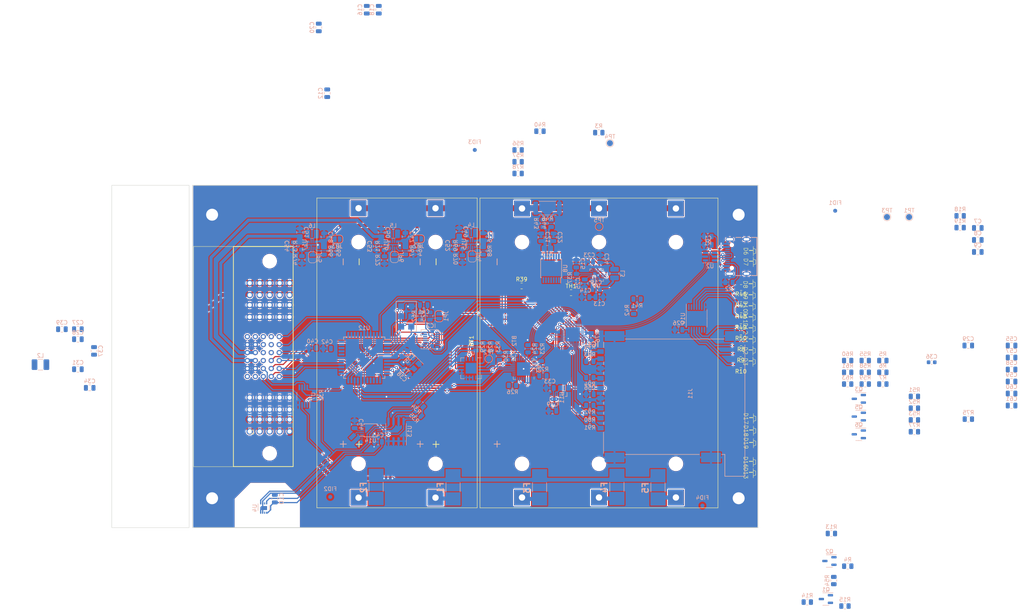
<source format=kicad_pcb>
(kicad_pcb (version 20221018) (generator pcbnew)
  (layers (0 "F.Cu" signal) (31 "B.Cu" signal) (34 "B.Paste" user) (35 "F.Paste" user) (36 "B.SilkS" user "B.Silkscreen") (37 "F.SilkS" user "F.Silkscreen") (38 "B.Mask" user) (39 "F.Mask" user) (44 "Edge.Cuts" user))
  (net 0 "")
  (net 1 "GND")
  (net 2 "Net-(D13-K)")
  (net 3 "+3V3")
  (net 4 "/liion/GAUGE_SRP")
  (net 5 "/mcu/AVCC")
  (net 6 "Net-(D13-A)")
  (net 7 "/mcu/RST#_P")
  (net 8 "RST#")
  (net 9 "Net-(J1-CC1)")
  (net 10 "Net-(U9-PMID)")
  (net 11 "Net-(U9-ILIM)")
  (net 12 "/MCU_RXD")
  (net 13 "/MCU_TXD")
  (net 14 "Net-(U8-SRP)")
  (net 15 "Net-(U8-SRN)")
  (net 16 "/DTR")
  (net 17 "Net-(U8-REG25)")
  (net 18 "Net-(U9-SW)")
  (net 19 "Net-(U9-BTST)")
  (net 20 "Net-(U9-REGN)")
  (net 21 "3v3_SD")
  (net 22 "Net-(U11-CT)")
  (net 23 "Net-(U12-XTAL2)")
  (net 24 "+VSW")
  (net 25 "/liion/Battery+")
  (net 26 "Net-(U12-XTAL1)")
  (net 27 "Net-(U12-AREF)")
  (net 28 "Net-(JP1-A)")
  (net 29 "Net-(U14-VBAT)")
  (net 30 "3v3_EXT")
  (net 31 "5v_EXT")
  (net 32 "/mcu/VTM")
  (net 33 "/mcu/CLDO")
  (net 34 "/mcu/VCC")
  (net 35 "+BATT")
  (net 36 "/mcu/VSD")
  (net 37 "Net-(D6-K)")
  (net 38 "Net-(D7-K)")
  (net 39 "Net-(D8-K)")
  (net 40 "Net-(D9-K)")
  (net 41 "Net-(D10-K)")
  (net 42 "/mcu/#BERR")
  (net 43 "/D+")
  (net 44 "/D-")
  (net 45 "SCL_I2C")
  (net 46 "SDA_I2C")
  (net 47 "/mcu/#BUSSY")
  (net 48 "/mcu/mode")
  (net 49 "/mcu/#RST")
  (net 50 "/mcu/CDAT1_3")
  (net 51 "/mcu/CDAT1_2")
  (net 52 "/mcu/CDAT1_1")
  (net 53 "/mcu/CDAT1_0")
  (net 54 "/liion/A")
  (net 55 "/liion/B")
  (net 56 "/liion/C")
  (net 57 "/liion/D")
  (net 58 "/liion/E")
  (net 59 "Net-(J1-CC2)")
  (net 60 "/liion/P2")
  (net 61 "/liion/P1")
  (net 62 "/sw_source/5v_mod")
  (net 63 "/sw_source/3v3_mod")
  (net 64 "/sw_source/3v3i_mod")
  (net 65 "VBUS")
  (net 66 "Net-(Q1-B)")
  (net 67 "/liion/CH_PG")
  (net 70 "EXT_PWR_3v3_EN")
  (net 71 "EXT_PWR_5v_EN")
  (net 72 "/mcu/CS_SD")
  (net 74 "Net-(BT1A-+)")
  (net 75 "Net-(BT1B-+)")
  (net 76 "Net-(BT2C-+)")
  (net 77 "Net-(BT2B-+)")
  (net 78 "Net-(BT2A-+)")
  (net 81 "/mcu/MISO_SD")
  (net 82 "USB_FTDI_D-")
  (net 83 "USB_FTDI_D+")
  (net 84 "USB_D-")
  (net 85 "USB_D+")
  (net 87 "/mcu/RREF")
  (net 89 "/mcu/MOSI_SD")
  (net 90 "/mcu/CCLK1")
  (net 91 "/mcu/CCMD1")
  (net 94 "EXT_B0")
  (net 95 "EXT_B1")
  (net 96 "EXT_RX")
  (net 97 "EXT_TX")
  (net 98 "EXT_C0")
  (net 99 "EXT_C1")
  (net 100 "EXT_SCK")
  (net 101 "EXT_MISO")
  (net 102 "EXT_MOSI")
  (net 103 "EXT_A0")
  (net 104 "EXT_A1")
  (net 106 "/mcu/MCU_RX0")
  (net 107 "/mcu/MCU_TX0")
  (net 109 "Net-(BT1A--)")
  (net 110 "/liion/GAUGE_SRN")
  (net 111 "Net-(D11-K)")
  (net 112 "Net-(D12-K)")
  (net 115 "Net-(U15-LX1)")
  (net 116 "Net-(U15-LX2)")
  (net 117 "EXT_I2C_SCL")
  (net 118 "EXT_I2C_SDA")
  (net 119 "Net-(J11-DAT2)")
  (net 120 "Net-(J11-CD{slash}DAT3)")
  (net 121 "Net-(J11-CMD)")
  (net 122 "Net-(J11-CLK)")
  (net 123 "Net-(J11-DAT0)")
  (net 124 "Net-(J11-DAT1)")
  (net 125 "Net-(U16-LX1)")
  (net 126 "Net-(U16-LX2)")
  (net 127 "Net-(U17-LX1)")
  (net 128 "Net-(U17-LX2)")
  (net 129 "Net-(L7-Pad1)")
  (net 130 "Net-(D16-K)")
  (net 131 "Net-(Q2-B)")
  (net 133 "Net-(U3-DCNF1)")
  (net 134 "DET_I2C_EN")
  (net 135 "Net-(U3-DCNF0)")
  (net 136 "/liion/CH_STAT")
  (net 137 "Net-(U3-DP)")
  (net 138 "Net-(U3-DM)")
  (net 139 "/UART_TX_LED")
  (net 140 "/UART_RX_LED")
  (net 141 "/liion/CH_BTN")
  (net 142 "Net-(U5-~{RESET})")
  (net 143 "Net-(U8-P6{slash}TS)")
  (net 144 "Net-(U9-TS_BIAS)")
  (net 145 "Net-(U9-TS)")
  (net 146 "Net-(R42-Pad2)")
  (net 147 "Net-(D16-A)")
  (net 148 "/sw_source/3v3i_FB")
  (net 149 "/sw_source/3v3_FB")
  (net 150 "/sw_source/5v_FB")
  (net 151 "Net-(U3-VBUS_DET)")
  (net 152 "Net-(U3-FSOURCE)")
  (net 153 "Net-(U9-~{INT})")
  (net 167 "3v3_SD_CTRL")
  (net 168 "/mcu/MOSI_MCU")
  (net 169 "/mcu/MISO_MCU")
  (net 170 "/mcu/SCK_MCU")
  (net 172 "/mcu/SPI_MUX_EN")
  (net 173 "/mcu/SPI_MUX_SEL")
  (net 179 "Net-(U14-OSCI)")
  (net 180 "Net-(U14-OSCO)")
  (net 190 "+3.3V")
  (net 191 "SCL_MCU")
  (net 192 "SDA_MCU")
  (net 193 "/SDA_USB")
  (net 194 "/SCL_USB")
  (net 195 "Net-(D17-K)")
  (net 196 "Net-(D17-A)")
  (net 197 "Net-(D18-K)")
  (net 198 "Net-(D18-A)")
  (net 199 "Net-(D19-K)")
  (net 200 "Net-(D19-A)")
  (net 201 "Net-(Q3-B)")
  (net 202 "Net-(Q5-B)")
  (net 203 "Net-(Q6-B)")
  (net 204 "/mcu/LED_U1")
  (net 205 "/mcu/LED_U2")
  (net 206 "/mcu/LED_U3")
  (net 207 "Net-(D1-K)")
  (net 208 "Net-(D2-K)")
  (net 209 "Net-(D3-K)")
  (net 210 "Net-(Q8-B)")
  (net 211 "/liion/GAUGE_BTN_IN")
  (net 212 "Net-(Q8-C)")
  (net 213 "/mcu/BTN_USER_A")
  (net 214 "/mcu/BTN_USER_B")
  (net 215 "Net-(IC1-KVBUS)")
  (net 216 "/mcu/SCK_SD")
  (net 217 "/liion/F")
  (net 218 "/liion/G")
  (net 219 "/liion/H")
  (footprint "Mlab_Batery:BAT_BK-18650-PC4" (layer "F.Cu") (at 128.85 104.11 90)
    (fp_text reference "BT1")
    (fp_text value "BATT")
  )
  (footprint "Resistor_SMD:R_0805_2012Metric" (layer "F.Cu") (at 215.15 101.55 180)
    (fp_text reference "R8")
    (fp_text value "270R")
  )
  (footprint "Resistor_SMD:R_0805_2012Metric" (layer "F.Cu") (at 215.15 90.5 180)
    (fp_text reference "R47")
    (fp_text value "270R")
  )
  (footprint "Resistor_SMD:R_0805_2012Metric" (layer "F.Cu") (at 215.1 107.1 180)
    (fp_text reference "R10")
    (fp_text value "270R")
  )
  (footprint "Mlab_D:SMD_LED_RIGHT_KINGBRIGHT_1605" (layer "F.Cu") (at 217.625 81.3 -90)
    (fp_text reference "D7")
    (fp_text value "GREEN" hide)
  )
  (footprint "Resistor_SMD:R_0805_2012Metric" (layer "F.Cu") (at 172.5 89)
    (fp_text reference "TH1")
    (fp_text value "10k NTC")
  )
  (footprint "Mlab_Mechanical:MountingHole_3mm" (layer "F.Cu") (at 214.54 69.44)
    (fp_text reference "H2" hide)
    (fp_text value "M3" hide)
  )
  (footprint "Resistor_SMD:R_0805_2012Metric" (layer "F.Cu") (at 160.1 87.3)
    (fp_text reference "R39")
    (fp_text value "10K NTC")
  )
  (footprint "Resistor_SMD:R_0805_2012Metric" (layer "F.Cu") (at 215.1 96.05 180)
    (fp_text reference "R49")
    (fp_text value "270R")
  )
  (footprint "Mlab_D:SMD_LED_RIGHT_KINGBRIGHT_1605" (layer "F.Cu") (at 217.65 126.75 -90)
    (fp_text reference "D19")
    (fp_text value "ORANGE" hide)
  )
  (footprint "Mlab_D:SMD_LED_RIGHT_KINGBRIGHT_1605" (layer "F.Cu") (at 217.525 98.017347 -90)
    (fp_text reference "D12")
    (fp_text value "ORAGE" hide)
  )
  (footprint "Mlab_Mechanical:MountingHole_3mm" (layer "F.Cu") (at 82.46 69.44)
    (fp_text reference "H1" hide)
    (fp_text value "M3" hide)
  )
  (footprint "Mlab_Batery:BAT_BK-18650-PC6" (layer "F.Cu") (at 179.5 104.12 90)
    (fp_text reference "BT2")
    (fp_text value "BATT")
  )
  (footprint "Mlab_D:SMD_LED_RIGHT_KINGBRIGHT_1605" (layer "F.Cu") (at 217.525 86.947958 -90)
    (fp_text reference "D8")
    (fp_text value "ORAGE" hide)
  )
  (footprint "Mlab_D:SMD_LED_RIGHT_KINGBRIGHT_1605" (layer "F.Cu") (at 217.625 78.6 -90)
    (fp_text reference "D6")
    (fp_text value "RED" hide)
  )
  (footprint "Mlab_D:SMD_LED_RIGHT_KINGBRIGHT_1605" (layer "F.Cu") (at 217.65 120.55 -90)
    (fp_text reference "D17")
    (fp_text value "ORANGE" hide)
  )
  (footprint "Mlab_Mechanical:MountingHole_3mm" (layer "F.Cu") (at 214.54 140.56)
    (fp_text reference "H4" hide)
    (fp_text value "M3" hide)
  )
  (footprint "Mlab_D:SMD_LED_RIGHT_KINGBRIGHT_1605" (layer "F.Cu") (at 217.525 92.482653 -90)
    (fp_text reference "D10")
    (fp_text value "ORAGE" hide)
  )
  (footprint "Resistor_SMD:R_0805_2012Metric" (layer "F.Cu") (at 215.15 87.7 180)
    (fp_text reference "R46")
    (fp_text value "270R")
  )
  (footprint "Resistor_SMD:R_0805_2012Metric" (layer "F.Cu") (at 215.05 104.3 180)
    (fp_text reference "R9")
    (fp_text value "270R")
  )
  (footprint "Mlab_D:SMD_LED_RIGHT_KINGBRIGHT_1605" (layer "F.Cu") (at 217.525 89.715306 -90)
    (fp_text reference "D9")
    (fp_text value "ORAGE" hide)
  )
  (footprint "Mlab_D:SMD_LED_RIGHT_KINGBRIGHT_1605" (layer "F.Cu") (at 217.525 106.319388 -90)
    (fp_text reference "D3")
    (fp_text value "ORAGE" hide)
  )
  (footprint "Mlab_D:SMD_LED_RIGHT_KINGBRIGHT_1605" (layer "F.Cu") (at 217.525 95.25 -90)
    (fp_text reference "D11")
    (fp_text value "ORAGE" hide)
  )
  (footprint "Mlab_D:SMD_LED_RIGHT_KINGBRIGHT_1605" (layer "F.Cu") (at 217.6 134.25 -90)
    (fp_text reference "D13")
    (fp_text value "GREEN" hide)
  )
  (footprint "Mlab_D:SMD_LED_RIGHT_KINGBRIGHT_1605" (layer "F.Cu") (at 217.6 131.5 -90)
    (fp_text reference "D16")
    (fp_text value "ORANGE" hide)
  )
  (footprint "Mlab_D:SMD_LED_RIGHT_KINGBRIGHT_1605" (layer "F.Cu") (at 217.525 100.784694 -90)
    (fp_text reference "D1")
    (fp_text value "ORAGE" hide)
  )
  (footprint "Resistor_SMD:R_0805_2012Metric" (layer "F.Cu") (at 215.15 93.3 180)
    (fp_text reference "R48")
    (fp_text value "270R")
  )
  (footprint "Mlab_Mechanical:MountingHole_3mm" (layer "F.Cu") (at 82.46 140.56)
    (fp_text reference "H3" hide)
    (fp_text value "M3" hide)
  )
  (footprint "Mlab_D:SMD_LED_RIGHT_KINGBRIGHT_1605" (layer "F.Cu") (at 217.65 123.65 -90)
    (fp_text reference "D18")
    (fp_text value "ORANGE" hide)
  )
  (footprint "Resistor_SMD:R_0805_2012Metric" (layer "F.Cu") (at 215.1 98.8 180)
    (fp_text reference "R50")
    (fp_text value "270R")
  )
  (footprint "Mlab_CON:MOLEX_46436-9327" (layer "F.Cu") (at 91.9 123.8 -90)
    (fp_text reference "J2")
    (fp_text value "46436-9327")
  )
  (footprint "Mlab_D:SMD_LED_RIGHT_KINGBRIGHT_1605" (layer "F.Cu") (at 217.525 103.552041 -90)
    (fp_text reference "D2")
    (fp_text value "ORAGE" hide)
  )
  (footprint "Resistor_SMD:R_0805_2012Metric" (layer "B.Cu") (at 246.29 111.92 180)
    (fp_text reference "R59")
    (fp_text value "R")
  )
  (footprint "Resistor_SMD:R_0805_2012Metric" (layer "B.Cu") (at 157.8 112.25)
    (fp_text reference "R26")
    (fp_text value "R")
  )
  (footprint "Resistor_SMD:R_0805_2012Metric" (layer "B.Cu") (at 177.2 119.2)
    (fp_text reference "R80")
    (fp_text value "100R")
  )
  (footprint "Capacitor_SMD:C_0805_2012Metric" (layer "B.Cu") (at 144.45 73.71 90)
    (fp_text reference "C49")
    (fp_text value "47uF")
  )
  (footprint "Package_TO_SOT_SMD:SOT-23-3" (layer "B.Cu") (at 244.68 124.52 180)
    (fp_text reference "Q6")
    (fp_text value "BC817-25")
  )
  (footprint "Inductor_SMD:L_1008_2520Metric" (layer "B.Cu") (at 127.9 74.215 180)
    (fp_text reference "L5")
    (fp_text value "1uH - DFE252012P-1R0M=P2")
  )
  (footprint "Resistor_SMD:R_0805_2012Metric" (layer "B.Cu") (at 134.3 119.3 -45)
    (fp_text reference "R35")
    (fp_text value "1k")
  )
  (footprint "Package_TO_SOT_SMD:SOT-583-8" (layer "B.Cu") (at 107.55 77.0075 -90)
    (fp_text reference "U17")
    (fp_text value "TPS631000DRLR")
  )
  (footprint "Package_TO_SOT_SMD:SOT-23-6" (layer "B.Cu") (at 207.35 79.95)
    (fp_text reference "U2")
    (fp_text value "USBLC6-2SC6")
  )
  (footprint "Resistor_SMD:R_0805_2012Metric" (layer "B.Cu") (at 159.22 56.15 180)
    (fp_text reference "R57")
    (fp_text value "1k")
  )
  (footprint "Mlab_F:Drzak_2410" (layer "B.Cu") (at 164.6 137.82 -90)
    (fp_text reference "F3")
    (fp_text value "Fuse" hide)
  )
  (footprint "Resistor_SMD:R_2512_6332Metric" (layer "B.Cu") (at 166.6 67.8)
    (fp_text reference "R45")
    (fp_text value "0R01 75PPM")
  )
  (footprint "Package_DFN_QFN:QFN-16-1EP_5x5mm_P0.8mm_EP2.7x2.7mm" (layer "B.Cu") (at 147.425 107.945 180)
    (fp_text reference "U5")
    (fp_text value "PCA9541ABS/01")
  )
  (footprint "TestPoint:TestPoint_Pad_D1.5mm" (layer "B.Cu") (at 179.55 72.45 180)
    (fp_text reference "TP5")
    (fp_text value "CH_INT")
  )
  (footprint "Resistor_SMD:R_0805_2012Metric" (layer "B.Cu") (at 241.88 106.02 180)
    (fp_text reference "R60")
    (fp_text value "10k")
  )
  (footprint "Capacitor_SMD:C_0805_2012Metric" (layer "B.Cu") (at 111.3 103 180)
    (fp_text reference "C42")
    (fp_text value "100nF")
  )
  (footprint "Capacitor_SMD:C_0805_2012Metric" (layer "B.Cu") (at 199.45 98.3 180)
    (fp_text reference "C26")
    (fp_text value "100nF")
  )
  (footprint "Mlab_CON:USBC GCT_USB4105-GF-A" (layer "B.Cu") (at 216.5 79.92 -90)
    (fp_text reference "J1" hide)
    (fp_text value "USBC_USB4105-GF-A" hide)
  )
  (footprint "Inductor_SMD:L_0805_2012Metric_Pad1.15x1.40mm_HandSolder" (layer "B.Cu") (at 170.85 112.9)
    (fp_text reference "L7")
    (fp_text value "100uH")
  )
  (footprint "Capacitor_SMD:C_0805_2012Metric" (layer "B.Cu") (at 167.85 118.65 180)
    (fp_text reference "C29")
    (fp_text value "1uF")
  )
  (footprint "Capacitor_SMD:C_0805_2012Metric" (layer "B.Cu") (at 173.8 81.7 90)
    (fp_text reference "C15")
    (fp_text value "10u")
  )
  (footprint "Mlab_IO:SOT-23-16 THIN" (layer "B.Cu") (at 137.4 100.7 -90)
    (fp_text reference "IC2")
    (fp_text value "TMUX1574DYYR")
  )
  (footprint "TestPoint:TestPoint_Pad_D1.5mm" (layer "B.Cu") (at 151.85 105.6 180)
    (fp_text reference "TP2")
    (fp_text value "MUX_RST")
  )
  (footprint "Resistor_SMD:R_0805_2012Metric" (layer "B.Cu") (at 238.4 161.2 -90)
    (fp_text reference "R54")
    (fp_text value "R")
  )
  (footprint "Resistor_SMD:R_0805_2012Metric" (layer "B.Cu") (at 132.95 78.4775 90)
    (fp_text reference "R64")
    (fp_text value "1k")
  )
  (footprint "Fiducial:Fiducial_1mm_Mask2mm" (layer "B.Cu") (at 112.1 140.22 180)
    (fp_text reference "FID2")
    (fp_text value "Fiducial")
  )
  (footprint "Inductor_SMD:L_1008_2520Metric" (layer "B.Cu") (at 183.4 84.2 90)
    (fp_text reference "L3")
    (fp_text value "1uH - DFE252012P-1R0M=P2")
  )
  (footprint "Capacitor_SMD:C_0805_2012Metric" (layer "B.Cu") (at 111.34 38.97 -90)
    (fp_text reference "C12")
    (fp_text value "100nF")
  )
  (footprint "Resistor_SMD:R_0805_2012Metric" (layer "B.Cu") (at 241.88 111.92 180)
    (fp_text reference "R63")
    (fp_text value "R")
  )
  (footprint "Capacitor_SMD:C_0805_2012Metric" (layer "B.Cu") (at 282.99 102.25 180)
    (fp_text reference "C55")
    (fp_text value "100n")
  )
  (footprint "Capacitor_SMD:C_0805_2012Metric" (layer "B.Cu") (at 274.52 75.77 180)
    (fp_text reference "C8")
    (fp_text value "0u1")
  )
  (footprint "Resistor_SMD:R_0805_2012Metric" (layer "B.Cu") (at 272.15 120.71 180)
    (fp_text reference "R75")
    (fp_text value "5k1 (cca)")
  )
  (footprint "Jumper:SolderJumper-2_P1.3mm_Open_RoundedPad1.0x1.5mm" (layer "B.Cu") (at 147.7 79.91 90)
    (fp_text reference "JP4")
    (fp_text value "Jumper_2_Open")
  )
  (footprint "Capacitor_SMD:C_0805_2012Metric" (layer "B.Cu") (at 48.8 98.16 180)
    (fp_text reference "C27")
    (fp_text value "100nF")
  )
  (footprint "Capacitor_SMD:C_0805_2012Metric" (layer "B.Cu") (at 282.99 111.28 180)
    (fp_text reference "C59")
    (fp_text value "C_Small")
  )
  (footprint "TestPoint:TestPoint_Pad_D1.5mm" (layer "B.Cu") (at 257.29 70.02 180)
    (fp_text reference "TP1")
    (fp_text value "FTDI FS")
  )
  (footprint "Fiducial:Fiducial_1mm_Mask2mm" (layer "B.Cu") (at 238.75 68.45 180)
    (fp_text reference "FID1")
    (fp_text value "Fiducial")
  )
  (footprint "Capacitor_SMD:C_0805_2012Metric" (layer "B.Cu") (at 118.2 122.02 90)
    (fp_text reference "C44")
    (fp_text value "100nF")
  )
  (footprint "Inductor_SMD:L_1210_3225Metric_Pad1.42x2.65mm_HandSolder" (layer "B.Cu") (at 39.4125 107.05 180)
    (fp_text reference "L2")
    (fp_text value "10uH - LQH32CN100K23L")
  )
  (footprint "Capacitor_SMD:C_0805_2012Metric" (layer "B.Cu") (at 52.85 103.6 90)
    (fp_text reference "C37")
    (fp_text value "100nF")
  )
  (footprint "Resistor_SMD:R_0805_2012Metric" (layer "B.Cu") (at 137.1 94.85 -90)
    (fp_text reference "R25")
    (fp_text value "100R")
  )
  (footprint "Package_TO_SOT_SMD:SOT-23-3" (layer "B.Cu") (at 236.42 165.84 180)
    (fp_text reference "Q1")
    (fp_text value "BC817-25")
  )
  (footprint "Crystal:Crystal_SMD_3225-4Pin_3.2x2.5mm" (layer "B.Cu") (at 132.903858 106.671777 -45)
    (fp_text reference "Y1")
    (fp_text value "8 MHz")
  )
  (footprint "Resistor_SMD:R_0805_2012Metric" (layer "B.Cu") (at 159.22 53.2 180)
    (fp_text reference "R56")
    (fp_text value "1k")
  )
  (footprint "Capacitor_SMD:C_0805_2012Metric" (layer "B.Cu") (at 165 75.1 90)
    (fp_text reference "C21")
    (fp_text value "100nF")
  )
  (footprint "Capacitor_SMD:C_0805_2012Metric" (layer "B.Cu") (at 51.758986 112.8675 180)
    (fp_text reference "C34")
    (fp_text value "100nF")
  )
  (footprint "Package_SON:WSON-8-1EP_2x2mm_P0.5mm_EP0.9x1.6mm_ThermalVias" (layer "B.Cu") (at 168.3 115.7 90)
    (fp_text reference "U11")
    (fp_text value "TPS22965-Q1")
  )
  (footprint "Resistor_SMD:R_0805_2012Metric" (layer "B.Cu") (at 177.2 117.25)
    (fp_text reference "R92")
    (fp_text value "100R")
  )
  (footprint "Resistor_SMD:R_0805_2012Metric" (layer "B.Cu") (at 130.95 78.465 90)
    (fp_text reference "R67")
    (fp_text value "1k")
  )
  (footprint "Resistor_SMD:R_0805_2012Metric" (layer "B.Cu") (at 241.2 167.6 180)
    (fp_text reference "R15")
    (fp_text value "R")
  )
  (footprint "Resistor_SMD:R_0805_2012Metric" (layer "B.Cu") (at 246.29 106.02 180)
    (fp_text reference "R55")
    (fp_text value "10k")
  )
  (footprint "Resistor_SMD:R_0805_2012Metric" (layer "B.Cu") (at 177.2 104.2 180)
    (fp_text reference "R79")
    (fp_text value "100R")
  )
  (footprint "Inductor_SMD:L_1008_2520Metric" (layer "B.Cu") (at 147.45 74.06 180)
    (fp_text reference "L4")
    (fp_text value "1uH - DFE252012P-1R0M=P2")
  )
  (footprint "Package_TO_SOT_SMD:SOT-23-3" (layer "B.Cu") (at 237.3 156.3 180)
    (fp_text reference "Q2")
    (fp_text value "BC817-25")
  )
  (footprint "Capacitor_SMD:C_0805_2012Metric" (layer "B.Cu") (at 109.22 22.47 -90)
    (fp_text reference "C20")
    (fp_text value "3n3")
  )
  (footprint "Resistor_SMD:R_0805_2012Metric" (layer "B.Cu") (at 177.2 110.3)
    (fp_text reference "R94")
    (fp_text value "100R")
  )
  (footprint "Resistor_SMD:R_0805_2012Metric" (layer "B.Cu") (at 164.7 48.5 180)
    (fp_text reference "R40")
    (fp_text value "R_Small")
  )
  (footprint "TestPoint:TestPoint_Pad_D1.5mm" (layer "B.Cu") (at 251.74 70.02 180)
    (fp_text reference "TP3")
    (fp_text value "CH_PG")
  )
  (footprint "Capacitor_SMD:C_0805_2012Metric" (layer "B.Cu") (at 48.8 108.2 180)
    (fp_text reference "C31")
    (fp_text value "100nF")
  )
  (footprint "Resistor_SMD:R_0805_2012Metric" (layer "B.Cu") (at 241.9 157.6 180)
    (fp_text reference "R4")
    (fp_text value "1k")
  )
  (footprint "Resistor_SMD:R_0805_2012Metric" (layer "B.Cu") (at 246.29 108.97 180)
    (fp_text reference "R58")
    (fp_text value "1k")
  )
  (footprint "Resistor_SMD:R_0805_2012Metric" (layer "B.Cu") (at 173.85 85.2 -90)
    (fp_text reference "R37")
    (fp_text value "R")
  )
  (footprint "Package_SO:SOIC-8_3.9x4.9mm_P1.27mm" (layer "B.Cu") (at 128.6 123.75 90)
    (fp_text reference "U13")
    (fp_text value "AT24CS64-SSHM")
  )
  (footprint "Package_SO:VSSOP-8_3.0x3.0mm_P0.65mm" (layer "B.Cu") (at 105.35 114.95 90)
    (fp_text reference "U7")
    (fp_text value "TCA4307")
  )
  (footprint "Resistor_SMD:R_0805_2012Metric" (layer "B.Cu") (at 177.2 106.2 180)
    (fp_text reference "R93")
    (fp_text value "100R")
  )
  (footprint "Resistor_SMD:R_0805_2012Metric" (layer "B.Cu") (at 250.7 108.97 180)
    (fp_text reference "R6")
    (fp_text value "1k")
  )
  (footprint "NetTie:NetTie-2_SMD_Pad0.5mm" (layer "B.Cu") (at 168.8 69)
    (fp_text reference "NT1" hide)
    (fp_text value "NetTie_2" hide)
  )
  (footprint "Package_TO_SOT_SMD:SOT-23-3" (layer "B.Cu") (at 244.68 115.62 180)
    (fp_text reference "Q3")
    (fp_text value "BC817-25")
  )
  (footprint "Resistor_SMD:R_0805_2012Metric" (layer "B.Cu") (at 105 80.7325 -90)
    (fp_text reference "R74")
    (fp_text value "91k")
  )
  (footprint "Resistor_SMD:R_0805_2012Metric" (layer "B.Cu") (at 105 77.3075 -90)
    (fp_text reference "R73")
    (fp_text value "806k")
  )
  (footprint "Mlab_CON:FPS009-4200-0" (layer "B.Cu") (at 216.1 115.095)
    (fp_text reference "J11")
    (fp_text value "SD_Card-FPS009-4200-0")
  )
  (footprint "Capacitor_SMD:C_0805_2012Metric" (layer "B.Cu") (at 143.25 77.16 -90)
    (fp_text reference "C52")
    (fp_text value "10uF")
  )
  (footprint "Capacitor_SMD:C_0805_2012Metric" (layer "B.Cu") (at 274.52 78.78 180)
    (fp_text reference "C9")
    (fp_text value "4u7")
  )
  (footprint "Capacitor_SMD:C_0805_2012Metric" (layer "B.Cu") (at 178.8 88.1 180)
    (fp_text reference "C19")
    (fp_text value "47n")
  )
  (footprint "Resistor_SMD:R_0805_2012Metric" (layer "B.Cu") (at 154.5 104.92 90)
    (fp_text reference "R30")
    (fp_text value "1k")
  )
  (footprint "Resistor_SMD:R_0805_2012Metric" (layer "B.Cu") (at 156.45 104.92 90)
    (fp_text reference "R31")
    (fp_text value "1k")
  )
  (footprint "Capacitor_SMD:C_0805_2012Metric" (layer "B.Cu") (at 135.55 92.1)
    (fp_text reference "C41")
    (fp_text value "4u7")
  )
  (footprint "Resistor_SMD:R_0805_2012Metric" (layer "B.Cu") (at 212.1 86.4)
    (fp_text reference "R2")
    (fp_text value "R_Small")
  )
  (footprint "Capacitor_SMD:C_0805_2012Metric" (layer "B.Cu") (at 110.55 75.0575 90)
    (fp_text reference "C48")
    (fp_text value "22uF")
  )
  (footprint "Capacitor_SMD:C_0805_2012Metric" (layer "B.Cu") (at 167.2 112.9 180)
    (fp_text reference "C33")
    (fp_text value "1nF")
  )
  (footprint "Capacitor_SMD:C_0805_2012Metric" (layer "B.Cu") (at 206.8 77 180)
    (fp_text reference "C1")
    (fp_text value "1n")
  )
  (footprint "Capacitor_SMD:C_0805_2012Metric" (layer "B.Cu") (at 124.9 73.915 90)
    (fp_text reference "C50")
    (fp_text value "47uF")
  )
  (footprint "Resistor_SMD:R_0805_2012Metric" (layer "B.Cu") (at 237.8 149.4 180)
    (fp_text reference "R13")
    (fp_text value "10k")
  )
  (footprint "Resistor_SMD:R_0805_2012Metric" (layer "B.Cu") (at 258.6175 123.87 180)
    (fp_text reference "R77")
    (fp_text value "1k")
  )
  (footprint "Resistor_SMD:R_0805_2012Metric" (layer "B.Cu") (at 250.7 111.92 180)
    (fp_text reference "R7")
    (fp_text value "R")
  )
  (footprint "Capacitor_SMD:C_0603_1608Metric" (layer "B.Cu") (at 262.95 106.45 180)
    (fp_text reference "C36")
    (fp_text value "10uF")
  )
  (footprint "Capacitor_SMD:C_0805_2012Metric" (layer "B.Cu") (at 282.99 105.26 180)
    (fp_text reference "C57")
    (fp_text value "100n")
  )
  (footprint "Resistor_SMD:R_0805_2012Metric" (layer "B.Cu") (at 270.09 69.72 180)
    (fp_text reference "R18")
    (fp_text value "1K")
  )
  (footprint "Mlab_F:Drzak_2410" (layer "B.Cu") (at 123.6 137.72 -90)
    (fp_text reference "F2")
    (fp_text value "Fuse" hide)
  )
  (footprint "Package_DFN_QFN:QFN-28-1EP_5x5mm_P0.5mm_EP3.35x3.35mm" (layer "B.Cu") (at 160.6 108.12 90)
    (fp_text reference "U3")
    (fp_text value "FT260Q-T")
  )
  (footprint "Resistor_SMD:R_0805_2012Metric" (layer "B.Cu") (at 189.05 90.6)
    (fp_text reference "R41")
    (fp_text value "R")
  )
  (footprint "Resistor_SMD:R_0805_2012Metric" (layer "B.Cu") (at 206.8 74.9)
    (fp_text reference "R1")
    (fp_text value "R_Small")
  )
  (footprint "Resistor_SMD:R_0805_2012Metric" (layer "B.Cu") (at 108.2 114.7 90)
    (fp_text reference "R32")
    (fp_text value "10k")
  )
  (footprint "Capacitor_SMD:C_0805_2012Metric" (layer "B.Cu") (at 177.22 114.49 180)
    (fp_text reference "C56")
    (fp_text value "100nF")
  )
  (footprint "Inductor_SMD:L_1008_2520Metric" (layer "B.Cu") (at 107.525 74.2575 180)
    (fp_text reference "L6")
    (fp_text value "1uH - DFE252012P-1R0M=P2")
  )
  (footprint "Resistor_SMD:R_0805_2012Metric" (layer "B.Cu") (at 159.22 59.1 180)
    (fp_text reference "R78")
    (fp_text value "R_Small")
  )
  (footprint "Capacitor_SMD:C_0805_2012Metric" (layer "B.Cu") (at 272.13 102.25 180)
    (fp_text reference "C29")
    (fp_text value "1uF")
  )
  (footprint "Mlab_IO:TSSOP-14_4.4x5mm_Pitch0.65mm" (layer "B.Cu") (at 167.5 82.9 90)
    (fp_text reference "U8")
    (fp_text value "BQ34Z100")
  )
  (footprint "Resistor_SMD:R_0805_2012Metric" (layer "B.Cu") (at 270.09 72.67 180)
    (fp_text reference "R19")
    (fp_text value "1K")
  )
  (footprint "Fiducial:Fiducial_1mm_Mask2mm" (layer "B.Cu") (at 148.35 53.2 180)
    (fp_text reference "FID3")
    (fp_text value "Fiducial")
  )
  (footprint "Mlab_IO:Texas_S-WQFN-HR-18" (layer "B.Cu") (at 178.915 84.6)
    (fp_text reference "U9")
    (fp_text value "BQ25628E")
  )
  (footprint "Capacitor_SMD:C_0805_2012Metric" (layer "B.Cu") (at 98.2 140.65 90)
    (fp_text reference "C10")
    (fp_text value "100nF")
  )
  (footprint "Resistor_SMD:R_0805_2012Metric" (layer "B.Cu") (at 125.7 80.815 -90)
    (fp_text reference "R72")
    (fp_text value "91k")
  )
  (footprint "Resistor_SMD:R_0805_2012Metric" (layer "B.Cu") (at 145.25 77.16 -90)
    (fp_text reference "R69")
    (fp_text value "511k")
  )
  (footprint "Resistor_SMD:R_0805_2012Metric" (layer "B.Cu") (at 258.6175 115.02 180)
    (fp_text reference "R51")
    (fp_text value "1k")
  )
  (footprint "Resistor_SMD:R_0805_2012Metric" (layer "B.Cu") (at 150.6 102.57 90)
    (fp_text reference "R28")
    (fp_text value "1k")
  )
  (footprint "TestPoint:TestPoint_Pad_D1.5mm" (layer "B.Cu") (at 182.25 51.5 180)
    (fp_text reference "TP4")
    (fp_text value "CH_STAT")
  )
  (footprint "Sensor_Humidity:Sensirion_DFN-8-1EP_2.5x2.5mm_P0.5mm_EP1.1x1.7mm" (layer "B.Cu") (at 95.4 143.02 -90)
    (fp_text reference "U4")
    (fp_text value "SHT35-DIS")
  )
  (footprint "Capacitor_SMD:C_0805_2012Metric" (layer "B.Cu") (at 104.45 73.87 90)
    (fp_text reference "C51")
    (fp_text value "47uF")
  )
  (footprint "Capacitor_SMD:C_0805_2012Metric" (layer "B.Cu") (at 150.45 75.01 90)
    (fp_text reference "C46")
    (fp_text value "22uF")
  )
  (footprint "Jumper:SolderJumper-2_P1.3mm_Open_RoundedPad1.0x1.5mm" (layer "B.Cu") (at 128.2 80.065 90)
    (fp_text reference "JP6")
    (fp_text value "Jumper_2_Open")
  )
  (footprint "Capacitor_SMD:C_0805_2012Metric" (layer "B.Cu") (at 282.99 114.29 180)
    (fp_text reference "C60")
    (fp_text value "100nF")
  )
  (footprint "Package_TO_SOT_SMD:SOT-583-8" (layer "B.Cu") (at 128 76.965 -90)
    (fp_text reference "U16")
    (fp_text value "TPS631000DRLR")
  )
  (footprint "Fiducial:Fiducial_1mm_Mask2mm" (layer "B.Cu") (at 205.45 142.42 180)
    (fp_text reference "FID4")
    (fp_text value "Fiducial")
  )
  (footprint "Resistor_SMD:R_0805_2012Metric" (layer "B.Cu") (at 258.6175 120.92 180)
    (fp_text reference "R53")
    (fp_text value "250R")
  )
  (footprint "Resistor_SMD:R_0805_2012Metric" (layer "B.Cu") (at 165.5 71.6 -90)
    (fp_text reference "R43")
    (fp_text value "100R")
  )
  (footprint "Resistor_SMD:R_0805_2012Metric" (layer "B.Cu") (at 250.7 106.02 180)
    (fp_text reference "R5")
    (fp_text value "10k")
  )
  (footprint "Resistor_SMD:R_0805_2012Metric" (layer "B.Cu") (at 177.5 100.05 90)
    (fp_text reference "R76")
    (fp_text value "6.19k")
  )
  (footprint "Capacitor_SMD:C_0805_2012Metric" (layer "B.Cu") (at 131.25 108.9 -45)
    (fp_text reference "C38")
    (fp_text value "15pF")
  )
  (footprint "NetTie:NetTie-2_SMD_Pad0.5mm" (layer "B.Cu") (at 164.3 69 180)
    (fp_text reference "NT2" hide)
    (fp_text value "NetTie_2" hide)
  )
  (footprint "Resistor_SMD:R_0805_2012Metric" (layer "B.Cu") (at 163.65 103.05 90)
    (fp_text reference "R23")
    (fp_text value "33R")
  )
  (footprint "Jumper:SolderJumper-2_P1.3mm_Open_RoundedPad1.0x1.5mm" (layer "B.Cu") (at 113.85 75.5575)
    (fp_text reference "JP3")
    (fp_text value "Jumper_2_Open")
  )
  (footprint "Package_TO_SOT_SMD:SOT-583-8" (layer "B.Cu") (at 147.55 76.81 -90)
    (fp_text reference "U15")
    (fp_text value "TPS631000DRLR")
  )
  (footprint "Mlab_XTAL:ABS07" (layer "B.Cu") (at 118.55 125.95 135)
    (fp_text reference "Y2")
    (fp_text value "ABS07-120-32.768KHZ-T" hide)
  )
  (footprint "Capacitor_SMD:C_0805_2012Metric" (layer "B.Cu") (at 124.27 18.02 -90)
    (fp_text reference "C18")
    (fp_text value "1uF")
  )
  (footprint "Package_SO:TSSOP-10_3x3mm_P0.5mm" (layer "B.Cu") (at 122.2 123.52)
    (fp_text reference "U14")
    (fp_text value "PCF85263A")
  )
  (footprint "Mlab_Pin_Headers:SMD_2x03" (layer "B.Cu") (at 131.15 94.95)
    (fp_text reference "J6" hide)
    (fp_text value "HEADER_2x03" hide)
  )
  (footprint "Resistor_SMD:R_0805_2012Metric" (layer "B.Cu") (at 110.55 78.5325 90)
    (fp_text reference "R66")
    (fp_text value "1k")
  )
  (footprint "Capacitor_SMD:C_0805_2012Metric" (layer "B.Cu") (at 282.99 108.27 180)
    (fp_text reference "C58")
    (fp_text value "C_Small")
  )
  (footprint "Resistor_SMD:R_0805_2012Metric" (layer "B.Cu") (at 134.8 94.85 -90)
    (fp_text reference "R62")
    (fp_text value "10k")
  )
  (footprint "Capacitor_SMD:C_0805_2012Metric" (layer "B.Cu") (at 179.825 80.5 90)
    (fp_text reference "C24")
    (fp_text value "20u")
  )
  (footprint "Capacitor_SMD:C_0805_2012Metric" (layer "B.Cu") (at 121.26 18.02 -90)
    (fp_text reference "C16")
    (fp_text value "100nF")
  )
  (footprint "Capacitor_SMD:C_0805_2012Metric" (layer "B.Cu") (at 124.1 126.42 180)
    (fp_text reference "C45")
    (fp_text value "100nF")
  )
  (footprint "Capacitor_SMD:C_0805_2012Metric" (layer "B.Cu") (at 166.55 77.9)
    (fp_text reference "C17")
    (fp_text value "100nF")
  )
  (footprint "Capacitor_SMD:C_0805_2012Metric" (layer "B.Cu") (at 130.8 104.3 45)
    (fp_text reference "C35")
    (fp_text value "15pF")
  )
  (footprint "Resistor_SMD:R_0805_2012Metric" (layer "B.Cu") (at 134.8 117 -45)
    (fp_text reference "R34")
    (fp_text value "1k")
  )
  (footprint "Capacitor_SMD:C_0805_2012Metric" (layer "B.Cu") (at 176.125 90.1 180)
    (fp_text reference "C14")
    (fp_text value "100n")
  )
  (footprint "Package_TO_SOT_SMD:SOT-23-3" (layer "B.Cu") (at 244.68 120.07 180)
    (fp_text reference "Q5")
    (fp_text value "BC817-25")
  )
  (footprint "Capacitor_SMD:C_0805_2012Metric" (layer "B.Cu") (at 130.95 74.965 90)
    (fp_text reference "C47")
    (fp_text value "22uF")
  )
  (footprint "Capacitor_SMD:C_0805_2012Metric" (layer "B.Cu") (at 274.52 72.76 180)
    (fp_text reference "C7")
    (fp_text value "4u7")
  )
  (footprint "Capacitor_SMD:C_0805_2012Metric" (layer "B.Cu") (at 102.95 77.3075 -90)
    (fp_text reference "C54")
    (fp_text value "10uF")
  )
  (footprint "Resistor_SMD:R_0805_2012Metric" (layer "B.Cu") (at 125.7 77.365 -90)
    (fp_text reference "R71")
    (fp_text value "511k")
  )
  (footprint "Mlab_F:Drzak_2410" (layer "B.Cu") (at 194.3 137.82 -90)
    (fp_text reference "F5")
    (fp_text value "Fuse" hide)
  )
  (footprint "Capacitor_SMD:C_0805_2012Metric" (layer "B.Cu") (at 123.7 77.365 -90)
    (fp_text reference "C53")
    (fp_text value "10uF")
  )
  (footprint "Jumper:SolderJumper-2_P1.3mm_Open_RoundedPad1.0x1.5mm" (layer "B.Cu") (at 134.3 75.5025)
    (fp_text reference "JP2")
    (fp_text value "Jumper_2_Open")
  )
  (footprint "Resistor_SMD:R_0805_2012Metric" (layer "B.Cu") (at 150.45 78.5225 90)
    (fp_text reference "R68")
    (fp_text value "1k")
  )
  (footprint "Resistor_SMD:R_0805_2012Metric" (layer "B.Cu") (at 112.55 78.5325 90)
    (fp_text reference "R65")
    (fp_text value "1k")
  )
  (footprint "Mlab_IO:QFN40P500X500X80-41N" (layer "B.Cu") (at 172.9 99.45)
    (fp_text reference "IC1")
    (fp_text value "MAX14502AETL+" hide)
  )
  (footprint "Resistor_SMD:R_0805_2012Metric" (layer "B.Cu") (at 167.5 71.6 -90)
    (fp_text reference "R44")
    (fp_text value "100R")
  )
  (footprint "Jumper:SolderJumper-2_P1.3mm_Open_RoundedPad1.0x1.5mm" (layer "B.Cu") (at 107.65 80.12 90)
    (fp_text reference "JP5")
    (fp_text value "Jumper_2_Open")
  )
  (footprint "Capacitor_SMD:C_0805_2012Metric" (layer "B.Cu") (at 282.99 117.3 180)
    (fp_text reference "C61")
    (fp_text value "1u")
  )
  (footprint "Package_SO:TSSOP-14_4.4x5mm_P0.65mm" (layer "B.Cu") (at 204 95.45 -90)
    (fp_text reference "U10")
    (fp_text value "SN74HC164D")
  )
  (footprint "Capacitor_SMD:C_0805_2012Metric" (layer "B.Cu") (at 107.65 102.85 180)
    (fp_text reference "C40")
    (fp_text value "10uF")
  )
  (footprint "Resistor_SMD:R_0805_2012Metric" (layer "B.Cu") (at 165.45 109.85 180)
    (fp_text reference "R27")
    (fp_text value "R")
  )
  (footprint "Resistor_SMD:R_0805_2012Metric" (layer "B.Cu") (at 145.25 80.56 -90)
    (fp_text reference "R70")
    (fp_text value "91k")
  )
  (footprint "Capacitor_SMD:C_0805_2012Metric" (layer "B.Cu") (at 48.8 100.67 180)
    (fp_text reference "C28")
    (fp_text value "100nF")
  )
  (footprint "Resistor_SMD:R_0805_2012Metric" (layer "B.Cu") (at 152.55 102.57 90)
    (fp_text reference "R33")
    (fp_text value "1k")
  )
  (footprint "Resistor_SMD:R_0805_2012Metric" (layer "B.Cu") (at 188.2 93.4 -90)
    (fp_text reference "R42")
    (fp_text value "R")
  )
  (footprint "Resistor_SMD:R_0805_2012Metric" (layer "B.Cu") (at 231.75 166.6 180)
    (fp_text reference "R14")
    (fp_text value "1k")
  )
  (footprint "Capacitor_SMD:C_0805_2012Metric" (layer "B.Cu") (at 168.1 75.1 90)
    (fp_text reference "C22")
    (fp_text value "100nF")
  )
  (footprint "Package_QFP:TQFP-44_10x10mm_P0.8mm" (layer "B.Cu") (at 120.625 105.295 180)
    (fp_text reference "U12")
    (fp_text value "ATMEGA1284P-AU")
  )
  (footprint "Capacitor_SMD:C_0805_2012Metric" (layer "B.Cu") (at 44.79 98.16 180)
    (fp_text reference "C39")
    (fp_text value "100nF")
  )
  (footprint "Jumper:SolderJumper-2_P1.3mm_Open_RoundedPad1.0x1.5mm" (layer "B.Cu") (at 139.4 94.9 90)
    (fp_text reference "JP1")
    (fp_text value "SolderJumper_2_Open")
  )
  (footprint "Resistor_SMD:R_0805_2012Metric" (layer "B.Cu") (at 258.6175 117.97 180)
    (fp_text reference "R52")
    (fp_text value "500R")
  )
  (footprint "Resistor_SMD:R_0805_2012Metric" (layer "B.Cu") (at 241.88 108.97 180)
    (fp_text reference "R61")
    (fp_text value "1k")
  )
  (footprint "Capacitor_SMD:C_0805_2012Metric" (layer "B.Cu") (at 177.075 81.25 180)
    (fp_text reference "C23")
    (fp_text value "10u")
  )
  (footprint "Mlab_F:Drzak_2410" (layer "B.Cu") (at 184 137.72 -90)
    (fp_text reference "F4")
    (fp_text value "Fuse" hide)
  )
  (footprint "Resistor_SMD:R_0805_2012Metric" (layer "B.Cu") (at 179.452858 48.845 180)
    (fp_text reference "R3")
    (fp_text value "10k")
  )
  (footprint "Resistor_SMD:R_0805_2012Metric" (layer "B.Cu") (at 177.2 121.17)
    (fp_text reference "R91")
    (fp_text value "100R")
  )
  (footprint "Capacitor_SMD:C_0805_2012Metric" (layer "B.Cu") (at 179.6 90.1)
    (fp_text reference "C13")
    (fp_text value "10u")
  )
  (footprint "Resistor_SMD:R_0805_2012Metric" (layer "B.Cu") (at 148.65 102.57 90)
    (fp_text reference "R29")
    (fp_text value "1k")
  )
  (footprint "Resistor_SMD:R_0805_2012Metric" (layer "B.Cu") (at 161.7 103.05 90)
    (fp_text reference "R24")
    (fp_text value "33R")
  )
  (footprint "Capacitor_SMD:C_0805_2012Metric" (layer "B.Cu") (at 165 107.1 -90)
    (fp_text reference "C11")
    (fp_text value "100nF")
  )
  (footprint "Mlab_F:Drzak_2410" (layer "B.Cu") (at 142.9 137.81 -90)
    (fp_text reference "F1")
    (fp_text value "Fuse" hide)
  )
  (footprint "Capacitor_SMD:C_0805_2012Metric" (layer "B.Cu") (at 175.925 86.65 -90)
    (fp_text reference "C25")
    (fp_text value "4u7")
  )
  (gr_rect (start 77.634 62.074) (end 219.366 147.926) (stroke (width 0.2)) (fill none) (layer "Edge.Cuts"))
  (gr_rect (start 57.3 62.07) (end 76.7 147.92) (stroke (width 0.1)) (fill none) (layer "Edge.Cuts"))
  (segment (start 142.9 140.63) (end 138.76 140.63) (width 1) (layer "B.Cu") (net 0))
  (segment (start 123.6 140.63) (end 119.46 140.63) (width 1) (layer "B.Cu") (net 0))
  (via (at 104.7 138.55) (size 0.5) (drill 0.3) (layers "F.Cu" "B.Cu") (net 1))
  (via (at 171.8 100.5) (size 0.5) (drill 0.3) (layers "F.Cu" "B.Cu") (net 1))
  (via (at 127.75 119.15) (size 0.5) (drill 0.3) (layers "F.Cu" "B.Cu") (net 1))
  (via (at 120.95 102.85) (size 0.5) (drill 0.3) (layers "F.Cu" "B.Cu") (net 1))
  (via (at 163.8 105.2) (size 0.5) (drill 0.3) (layers "F.Cu" "B.Cu") (net 1))
  (via (at 123.2 124.35) (size 0.5) (drill 0.3) (layers "F.Cu" "B.Cu") (net 1))
  (via (at 123.1 127.65) (size 0.5) (drill 0.3) (layers "F.Cu" "B.Cu") (net 1))
  (via (at 177.9 99.8) (size 0.5) (drill 0.3) (layers "F.Cu" "B.Cu") (net 1))
  (via (at 119.75 103.95) (size 0.5) (drill 0.3) (layers "F.Cu" "B.Cu") (net 1))
  (via (at 103.35 109) (size 0.5) (drill 0.3) (layers "F.Cu" "B.Cu") (net 1))
  (via (at 137.9 92.6) (size 0.8) (drill 0.4) (layers "F.Cu" "B.Cu") (net 1))
  (via (at 165.4 107.1) (size 0.5) (drill 0.3) (layers "F.Cu" "B.Cu") (net 1))
  (via (at 149.2 76.86) (size 0.8) (drill 0.4) (layers "F.Cu" "B.Cu") (net 1))
  (via (at 138.9 103.1) (size 0.8) (drill 0.4) (layers "F.Cu" "B.Cu") (net 1))
  (via (at 174.75 114.4) (size 0.8) (drill 0.4) (layers "F.Cu" "B.Cu") (net 1))
  (via (at 123 106.75) (size 0.5) (drill 0.3) (layers "F.Cu" "B.Cu") (net 1))
  (via (at 126.2 115.1) (size 0.8) (drill 0.4) (layers "F.Cu" "B.Cu") (net 1))
  (via (at 129.55 77.165) (size 0.8) (drill 0.4) (layers "F.Cu" "B.Cu") (net 1))
  (via (at 109.003988 77.017) (size 0.8) (drill 0.4) (layers "F.Cu" "B.Cu") (net 1))
  (via (at 210.15 76.6) (size 0.5) (drill 0.3) (layers "F.Cu" "B.Cu") (net 1))
  (via (at 131.6 92.45) (size 0.8) (drill 0.4) (layers "F.Cu" "B.Cu") (net 1))
  (via (at 130.5 106.5) (size 0.8) (drill 0.4) (layers "F.Cu" "B.Cu") (net 1))
  (via (at 160.6 108.1) (size 0.8) (drill 0.4) (layers "F.Cu" "B.Cu") (net 1))
  (via (at 161.6 100.85) (size 0.8) (drill 0.4) (layers "F.Cu" "B.Cu") (net 1))
  (via (at 179.3 84.6) (size 0.5) (drill 0.3) (layers "F.Cu" "B.Cu") (net 1))
  (via (at 121 105.1) (size 0.5) (drill 0.3) (layers "F.Cu" "B.Cu") (net 1))
  (via (at 210.1 83.25) (size 0.5) (drill 0.3) (layers "F.Cu" "B.Cu") (net 1))
  (via (at 157.95 105.5) (size 0.8) (drill 0.4) (layers "F.Cu" "B.Cu") (net 1))
  (via (at 174.75 117.45) (size 0.8) (drill 0.4) (layers "F.Cu" "B.Cu") (net 1))
  (via (at 213.55 80) (size 0.5) (drill 0.3) (layers "F.Cu" "B.Cu") (net 1))
  (segment (start 172.9 99.45) (end 172.3 100.05) (width 0.2) (layer "B.Cu") (net 1))
  (segment (start 94.65 144.195) (end 94.65 143.485) (width 0.3) (layer "B.Cu") (net 1))
  (segment (start 132.18 107.15) (end 132.2 107.15) (width 0.3) (layer "B.Cu") (net 1))
  (segment (start 147.15 78.41) (end 147.3 78.26) (width 0.3) (layer "B.Cu") (net 1))
  (segment (start 172.3 100.05) (end 169.95 100.05) (width 0.2) (layer "B.Cu") (net 1))
  (segment (start 95.15 141.845) (end 95.15 141.25) (width 0.3) (layer "B.Cu") (net 1))
  (segment (start 107.3 78.47) (end 107.2 78.57) (width 0.3) (layer "B.Cu") (net 1))
  (segment (start 172.75 98.85) (end 176.15 98.85) (width 0.2) (layer "B.Cu") (net 1))
  (segment (start 97.1 139.3) (end 103.507107 139.3) (width 0.3) (layer "B.Cu") (net 1))
  (segment (start 107.3 77.12625) (end 107.3 78.47) (width 0.3) (layer "B.Cu") (net 1))
  (segment (start 147.3 78.26) (end 147.3 76.86) (width 0.3) (layer "B.Cu") (net 1))
  (segment (start 161.1 107.035) (end 161.1 104.9) (width 0.3) (layer "B.Cu") (net 1))
  (segment (start 126.695 126.225) (end 130.505 126.225) (width 0.4) (layer "B.Cu") (net 1))
  (segment (start 173.1 99.9) (end 173.1 103.3) (width 0.2) (layer "B.Cu") (net 1))
  (segment (start 173.9 100.25) (end 173.9 103.65) (width 0.2) (layer "B.Cu") (net 1))
  (segment (start 131.525 106.495) (end 132.18 107.15) (width 0.3) (layer "B.Cu") (net 1))
  (segment (start 103.507107 139.3) (end 103.95 138.857106) (width 0.3) (layer "B.Cu") (net 1))
  (segment (start 93.3 102) (end 90.12 102) (width 0.5) (layer "B.Cu") (net 1))
  (segment (start 93.3 108) (end 90.08 108) (width 0.5) (layer "B.Cu") (net 1))
  (segment (start 127.75 78.335) (end 127.75 77.015) (width 0.3) (layer "B.Cu") (net 1))
  (segment (start 163.8475 107.62) (end 161.7525 107.62) (width 0.3) (layer "B.Cu") (net 1))
  (segment (start 161.7525 107.62) (end 161.7325 107.6) (width 0.3) (layer "B.Cu") (net 1))
  (segment (start 173.85 86.1125) (end 173.85 87.6875) (width 0.2) (layer "B.Cu") (net 1))
  (segment (start 172.75 99.65) (end 176.15 99.65) (width 0.2) (layer "B.Cu") (net 1))
  (segment (start 172.7 99.3) (end 172.7 102.7) (width 0.2) (layer "B.Cu") (net 1))
  (segment (start 95.15 141.25) (end 97.1 139.3) (width 0.3) (layer "B.Cu") (net 1))
  (segment (start 173.9 99.6) (end 173.9 97) (width 0.2) (layer "B.Cu") (net 1))
  (segment (start 95.15 141.845) (end 95.15 142.77) (width 0.3) (layer "B.Cu") (net 1))
  (segment (start 172.3 99.3) (end 172.3 102.7) (width 0.2) (layer "B.Cu") (net 1))
  (segment (start 95.15 144.195) (end 95.15 143.27) (width 0.3) (layer "B.Cu") (net 1))
  (segment (start 217.525 102.752041) (end 218.447959 102.752041) (width 0.4) (layer "F.Cu") (net 3))
  (segment (start 218.45 100) (end 218.45 97.25) (width 0.4) (layer "F.Cu") (net 3))
  (segment (start 218.45 91.65) (end 218.45 88.9) (width 0.4) (layer "F.Cu") (net 3))
  (segment (start 218.45 97.25) (end 218.45 94.45) (width 0.4) (layer "F.Cu") (net 3))
  (segment (start 218.447958 86.147958) (end 217.525 86.147958) (width 0.4) (layer "F.Cu") (net 3))
  (segment (start 217.525 105.519388) (end 218.45 105.519388) (width 0.4) (layer "F.Cu") (net 3))
  (segment (start 217.525 94.45) (end 218.45 94.45) (width 0.4) (layer "F.Cu") (net 3))
  (segment (start 218.45 94.45) (end 218.45 91.65) (width 0.4) (layer "F.Cu") (net 3))
  (segment (start 217.525 97.217347) (end 218.417347 97.217347) (width 0.4) (layer "F.Cu") (net 3))
  (segment (start 218.45 88.9) (end 218.45 86.15) (width 0.4) (layer "F.Cu") (net 3))
  (segment (start 218.417347 91.682653) (end 218.45 91.65) (width 0.4) (layer "F.Cu") (net 3))
  (segment (start 218.45 102.75) (end 218.45 100) (width 0.4) (layer "F.Cu") (net 3))
  (segment (start 217.525 99.984694) (end 218.434694 99.984694) (width 0.4) (layer "F.Cu") (net 3))
  (segment (start 217.525 91.682653) (end 218.417347 91.682653) (width 0.4) (layer "F.Cu") (net 3))
  (segment (start 218.434694 88.915306) (end 218.45 88.9) (width 0.4) (layer "F.Cu") (net 3))
  (segment (start 217.525 88.915306) (end 218.434694 88.915306) (width 0.4) (layer "F.Cu") (net 3))
  (segment (start 218.45 105.519388) (end 218.45 102.75) (width 0.4) (layer "F.Cu") (net 3))
  (segment (start 202.0375 98.3) (end 202.05 98.3125) (width 0.4) (layer "B.Cu") (net 3))
  (segment (start 200.4 98.3) (end 202.0375 98.3) (width 0.4) (layer "B.Cu") (net 3))
  (segment (start 165.5 69.7) (end 165.5 70.6875) (width 0.5) (layer "B.Cu") (net 4))
  (segment (start 164.8 69) (end 165.5 69.7) (width 0.5) (layer "B.Cu") (net 4))
  (segment (start 129.368565 99.630728) (end 128.929226 99.191389) (width 0.3) (layer "F.Cu") (net 7))
  (segment (start 128.929226 93.529226) (end 128.9 93.5) (width 0.3) (layer "F.Cu") (net 7))
  (segment (start 129.578638 99.829138) (end 129.380228 99.630728) (width 0.3) (layer "F.Cu") (net 7))
  (segment (start 128.929226 99.191389) (end 128.929226 93.529226) (width 0.3) (layer "F.Cu") (net 7))
  (segment (start 129.380228 99.630728) (end 129.368565 99.630728) (width 0.3) (layer "F.Cu") (net 7))
  (via (at 129.578638 99.829138) (size 0.5) (drill 0.3) (layers "F.Cu" "B.Cu") (net 7))
  (via (at 128.9 93.5) (size 0.8) (drill 0.4) (layers "F.Cu" "B.Cu") (net 7))
  (segment (start 134.048 91.298) (end 134.6 91.85) (width 0.3) (layer "B.Cu") (net 7))
  (segment (start 128.9 93.39) (end 129.88 92.41) (width 0.3) (layer "B.Cu") (net 7))
  (segment (start 129.7 99.9505) (end 129.7 101.277107) (width 0.3) (layer "B.Cu") (net 7))
  (segment (start 134.6 92.1) (end 134.6 93.7375) (width 0.3) (layer "B.Cu") (net 7))
  (segment (start 129.7 101.277107) (end 127.282107 103.695) (width 0.3) (layer "B.Cu") (net 7))
  (segment (start 134.6 91.85) (end 134.6 92.1) (width 0.3) (layer "B.Cu") (net 7))
  (segment (start 130.992 91.298) (end 134.048 91.298) (width 0.3) (layer "B.Cu") (net 7))
  (segment (start 129.578638 99.829138) (end 129.7 99.9505) (width 0.3) (layer "B.Cu") (net 7))
  (segment (start 134.6 93.7375) (end 134.8 93.9375) (width 0.3) (layer "B.Cu") (net 7))
  (segment (start 129.88 92.41) (end 130.992 91.298) (width 0.3) (layer "B.Cu") (net 7))
  (segment (start 128.9 93.5) (end 128.9 93.39) (width 0.3) (layer "B.Cu") (net 7))
  (segment (start 127.282107 103.695) (end 126.325 103.695) (width 0.3) (layer "B.Cu") (net 7))
  (segment (start 136.5 92.1) (end 136.5 93.6875) (width 0.3) (layer "B.Cu") (net 8))
  (segment (start 136.5 93.6875) (end 136.75 93.9375) (width 0.3) (layer "B.Cu") (net 8))
  (segment (start 209 75.3) (end 208.6 74.9) (width 0.3) (layer "B.Cu") (net 9))
  (segment (start 209.97 78.67) (end 209 77.7) (width 0.3) (layer "B.Cu") (net 9))
  (segment (start 209 77.7) (end 209 75.3) (width 0.3) (layer "B.Cu") (net 9))
  (segment (start 211.745 78.67) (end 209.97 78.67) (width 0.3) (layer "B.Cu") (net 9))
  (segment (start 208.6 74.9) (end 207.9125 74.9) (width 0.3) (layer "B.Cu") (net 9))
  (segment (start 178.65 90.1) (end 178.675 90.075) (width 0.5) (layer "B.Cu") (net 10))
  (segment (start 178.69 86.555685) (end 178.9 86.765685) (width 0.2) (layer "B.Cu") (net 10))
  (segment (start 178.9 87.575) (end 178.675 87.8) (width 0.2) (layer "B.Cu") (net 10))
  (segment (start 178.8 90.075) (end 178.8 87.8) (width 0.5) (layer "B.Cu") (net 10))
  (segment (start 178.9 86.765685) (end 178.9 87.575) (width 0.2) (layer "B.Cu") (net 10))
  (segment (start 178.69 85.73) (end 178.69 86.555685) (width 0.2) (layer "B.Cu") (net 10))
  (segment (start 177.075 90.1) (end 178.65 90.1) (width 0.5) (layer "B.Cu") (net 10))
  (segment (start 173.8 82.65) (end 173.8 84.2) (width 0.2) (layer "B.Cu") (net 11))
  (segment (start 173.8 84.2) (end 177.7 84.2) (width 0.2) (layer "B.Cu") (net 11))
  (segment (start 143.15 112.3) (end 143.1 112.35) (width 0.3) (layer "F.Cu") (net 12))
  (segment (start 143.1 112.35) (end 133.25 112.35) (width 0.3) (layer "F.Cu") (net 12))
  (segment (start 133.25 112.35) (end 128.7 107.8) (width 0.3) (layer "F.Cu") (net 12))
  (via (at 128.7 107.8) (size 0.8) (drill 0.4) (layers "F.Cu" "B.Cu") (net 12))
  (via (at 143.15 112.3) (size 0.8) (drill 0.4) (layers "F.Cu" "B.Cu") (net 12))
  (segment (start 154.33 108.12) (end 158.15 108.12) (width 0.3) (layer "B.Cu") (net 12))
  (segment (start 150.15 112.3) (end 154.33 108.12) (width 0.3) (layer "B.Cu") (net 12))
  (segment (start 128.595 107.695) (end 128.7 107.8) (width 0.3) (layer "B.Cu") (net 12))
  (segment (start 143.15 112.3) (end 150.15 112.3) (width 0.3) (layer "B.Cu") (net 12))
  (segment (start 126.325 107.695) (end 128.595 107.695) (width 0.3) (layer "B.Cu") (net 12))
  (segment (start 141.4 113.7) (end 141.25 113.55) (width 0.3) (layer "F.Cu") (net 13))
  (segment (start 141.25 113.55) (end 132.7 113.55) (width 0.3) (layer "F.Cu") (net 13))
  (segment (start 132.7 113.55) (end 127.7 108.55) (width 0.3) (layer "F.Cu") (net 13))
  (segment (start 127.7 108.55) (end 127.7 108.4445) (width 0.3) (layer "F.Cu") (net 13))
  (via (at 127.7 108.4445) (size 0.8) (drill 0.4) (layers "F.Cu" "B.Cu") (net 13))
  (via (at 141.4 113.7) (size 0.8) (drill 0.4) (layers "F.Cu" "B.Cu") (net 13))
  (segment (start 127.6495 108.495) (end 127.7 108.4445) (width 0.3) (layer "B.Cu") (net 13))
  (segment (start 150.65 113.5) (end 155.53 108.62) (width 0.3) (layer "B.Cu") (net 13))
  (segment (start 155.53 108.62) (end 158.15 108.62) (width 0.3) (layer "B.Cu") (net 13))
  (segment (start 141.6 113.5) (end 150.65 113.5) (width 0.3) (layer "B.Cu") (net 13))
  (segment (start 126.325 108.495) (end 127.6495 108.495) (width 0.3) (layer "B.Cu") (net 13))
  (segment (start 141.4 113.7) (end 141.6 113.5) (width 0.3) (layer "B.Cu") (net 13))
  (segment (start 166.2 73.2125) (end 165.5 72.5125) (width 0.5) (layer "B.Cu") (net 14))
  (segment (start 165.4375 72.125) (end 165.5 72.1875) (width 0.3) (layer "B.Cu") (net 14))
  (segment (start 165.8 75.5) (end 166.2 75.1) (width 0.5) (layer "B.Cu") (net 14))
  (segment (start 166.2 78.49375) (end 166.2 73.2125) (width 0.5) (layer "B.Cu") (net 14))
  (segment (start 166.1 78.59375) (end 166.2 78.49375) (width 0.5) (layer "B.Cu") (net 14))
  (segment (start 166.2 79.95) (end 166.2 78.5) (width 0.3) (layer "B.Cu") (net 14))
  (segment (start 166.2 78.5) (end 165.6 77.9) (width 0.3) (layer "B.Cu") (net 14))
  (segment (start 165.8 77.3) (end 165.8 75.5) (width 0.5) (layer "B.Cu") (net 14))
  (segment (start 166.9 73.1125) (end 167.5 72.5125) (width 0.5) (layer "B.Cu") (net 15))
  (segment (start 167.3 75.5) (end 166.9 75.1) (width 0.5) (layer "B.Cu") (net 15))
  (segment (start 166.85 79.95) (end 166.85 78.55) (width 0.3) (layer "B.Cu") (net 15))
  (segment (start 166.9 77.7) (end 166.9 73.1125) (width 0.5) (layer "B.Cu") (net 15))
  (segment (start 166.9 78.61875) (end 166.9 77.7) (width 0.5) (layer "B.Cu") (net 15))
  (segment (start 167.3 77.3) (end 167.3 75.5) (width 0.5) (layer "B.Cu") (net 15))
  (segment (start 149.2 94.2) (end 140.3 94.2) (width 0.3) (layer "F.Cu") (net 16))
  (via (at 140.3 94.2) (size 0.5) (drill 0.3) (layers "F.Cu" "B.Cu") (net 16))
  (via (at 149.2 94.2) (size 0.5) (drill 0.3) (layers "F.Cu" "B.Cu") (net 16))
  (segment (start 139.4 94.25) (end 140.25 94.25) (width 0.3) (layer "B.Cu") (net 16))
  (segment (start 140.25 94.25) (end 140.3 94.2) (width 0.3) (layer "B.Cu") (net 16))
  (segment (start 159.6 104.6) (end 159.6 105.67) (width 0.3) (layer "B.Cu") (net 16))
  (segment (start 149.2 94.2) (end 159.6 104.6) (width 0.3) (layer "B.Cu") (net 16))
  (segment (start 179.625 86.925) (end 179.625 88.1) (width 0.2) (layer "B.Cu") (net 18))
  (segment (start 179.625 87.6) (end 181.7 87.6) (width 0.5) (layer "B.Cu") (net 18))
  (segment (start 179.09 85.73) (end 179.09 86.39) (width 0.2) (layer "B.Cu") (net 18))
  (segment (start 181.7 87.6) (end 183 86.3) (width 0.5) (layer "B.Cu") (net 18))
  (segment (start 179.09 86.39) (end 179.625 86.925) (width 0.2) (layer "B.Cu") (net 18))
  (segment (start 183 86.3) (end 183 85.425) (width 0.5) (layer "B.Cu") (net 18))
  (segment (start 177.6 87.5) (end 177.6 85.7) (width 0.5) (layer "B.Cu") (net 19))
  (segment (start 176.84475 85.007) (end 177.525 85.007) (width 0.2) (layer "B.Cu") (net 20))
  (segment (start 176.15175 85.7) (end 176.84475 85.007) (width 0.2) (layer "B.Cu") (net 20))
  (segment (start 172.1505 111.95) (end 172.1 111.8995) (width 0.3) (layer "F.Cu") (net 21))
  (segment (start 172.1 110.3) (end 170.1495 108.3495) (width 0.3) (layer "F.Cu") (net 21))
  (segment (start 170.1495 108.3495) (end 170.1495 102.005128) (width 0.3) (layer "F.Cu") (net 21))
  (segment (start 173.1505 112.95) (end 180.9 112.95) (width 0.3) (layer "F.Cu") (net 21))
  (segment (start 172.1 111.8995) (end 172.1 110.3) (width 0.3) (layer "F.Cu") (net 21))
  (segment (start 172.1505 111.95) (end 173.1505 112.95) (width 0.3) (layer "F.Cu") (net 21))
  (via (at 172.1505 111.95) (size 0.8) (drill 0.4) (layers "F.Cu" "B.Cu") (net 21))
  (via (at 170.1495 102.005128) (size 0.8) (drill 0.4) (layers "F.Cu" "B.Cu") (net 21))
  (via (at 180.9 112.95) (size 0.8) (drill 0.4) (layers "F.Cu" "B.Cu") (net 21))
  (segment (start 179.9 112.985) (end 180.865 112.985) (width 0.4) (layer "B.Cu") (net 21))
  (segment (start 170.1495 102.000502) (end 170.1495 102.005128) (width 0.2) (layer "B.Cu") (net 21))
  (segment (start 180.865 112.985) (end 180.9 112.95) (width 0.4) (layer "B.Cu") (net 21))
  (segment (start 178.15 112.32) (end 178.15 113.1) (width 0.4) (layer "B.Cu") (net 21))
  (segment (start 179.9 112.985) (end 178.815 112.985) (width 0.4) (layer "B.Cu") (net 21))
  (segment (start 172.1505 111.95) (end 171.875 112.2255) (width 0.4) (layer "B.Cu") (net 21))
  (segment (start 178.15 113.1) (end 178.265 112.985) (width 0.4) (layer "B.Cu") (net 21))
  (segment (start 178.15 113.1) (end 178.15 114.37) (width 0.4) (layer "B.Cu") (net 21))
  (segment (start 170.250002 101.9) (end 170.1495 102.000502) (width 0.2) (layer "B.Cu") (net 21))
  (segment (start 171.875 112.2255) (end 171.875 112.9) (width 0.4) (layer "B.Cu") (net 21))
  (segment (start 171.024999 101.9) (end 170.175001 101.9) (width 0.3) (layer "B.Cu") (net 21))
  (segment (start 178.265 112.985) (end 179.9 112.985) (width 0.4) (layer "B.Cu") (net 21))
  (segment (start 168.05 113) (end 168.05 114.75) (width 0.3) (layer "B.Cu") (net 22))
  (segment (start 168.15 112.9) (end 168.05 113) (width 0.3) (layer "B.Cu") (net 22))
  (segment (start 132.529162 105.095) (end 130.125 105.095) (width 0.5) (layer "B.Cu") (net 23))
  (segment (start 126.325 106.095) (end 129.055 106.095) (width 0.5) (layer "B.Cu") (net 23))
  (segment (start 132.727081 105.292919) (end 132.529162 105.095) (width 0.5) (layer "B.Cu") (net 23))
  (segment (start 129.055 106.095) (end 130.178249 104.971751) (width 0.5) (layer "B.Cu") (net 23))
  (segment (start 133.9 73.12) (end 133.9 72.12) (width 0.8) (layer "F.Cu") (net 24))
  (segment (start 133.9 73.12) (end 133.2 73.82) (width 0.8) (layer "F.Cu") (net 24))
  (segment (start 114.2 72.67) (end 114.25 72.67) (width 0.8) (layer "F.Cu") (net 24))
  (segment (start 152.35 74.14) (end 152.35 75.09) (width 0.8) (layer "F.Cu") (net 24))
  (segment (start 113.375 73.495) (end 114.2 72.67) (width 0.8) (layer "F.Cu") (net 24))
  (segment (start 133.9 72.12) (end 161.98 72.12) (width 0.8) (layer "F.Cu") (net 24))
  (segment (start 114.8 72.12) (end 133.9 72.12) (width 0.8) (layer "F.Cu") (net 24))
  (segment (start 114.25 72.67) (end 114.8 72.12) (width 0.8) (layer "F.Cu") (net 24))
  (segment (start 152.35 74.14) (end 152.35 72.11) (width 0.8) (layer "F.Cu") (net 24))
  (via (at 152.35 74.14) (size 0.8) (drill 0.4) (layers "F.Cu" "B.Cu") (net 24))
  (via (at 152.35 75.09) (size 0.8) (drill 0.4) (layers "F.Cu" "B.Cu") (net 24))
  (via (at 114.2 72.67) (size 0.8) (drill 0.4) (layers "F.Cu" "B.Cu") (net 24))
  (via (at 113.375 73.545) (size 0.8) (drill 0.4) (layers "F.Cu" "B.Cu") (net 24))
  (via (at 133.9 73.12) (size 0.8) (drill 0.4) (layers "F.Cu" "B.Cu") (net 24))
  (via (at 133.2 73.82) (size 0.8) (drill 0.4) (layers "F.Cu" "B.Cu") (net 24))
  (segment (start 151.78 75.96) (end 151.95 75.79) (width 0.8) (layer "B.Cu") (net 24))
  (segment (start 150.45 75.96) (end 151.78 75.96) (width 0.8) (layer "B.Cu") (net 24))
  (segment (start 151.95 75.79) (end 152.35 75.39) (width 0.8) (layer "B.Cu") (net 24))
  (segment (start 110.9125 76.0075) (end 110.55 76.0075) (width 0.8) (layer "B.Cu") (net 24))
  (segment (start 183 83.275) (end 183 81.975) (width 0.5) (layer "B.Cu") (net 24))
  (segment (start 113.375 73.495) (end 114.2 72.67) (width 0.8) (layer "B.Cu") (net 24))
  (segment (start 150.34 76.07) (end 150.45 75.96) (width 0.3) (layer "B.Cu") (net 24))
  (segment (start 133.9 73.1) (end 133.2 73.8) (width 0.8) (layer "B.Cu") (net 24))
  (segment (start 182.475 81.45) (end 179.825 81.45) (width 0.5) (layer "B.Cu") (net 24))
  (segment (start 131.105 75.915) (end 133.2 73.82) (width 0.8) (layer "B.Cu") (net 24))
  (segment (start 148.36 77.61) (end 150.45 77.61) (width 0.3) (layer "B.Cu") (net 24))
  (segment (start 113.375 73.545) (end 113.375 73.495) (width 0.8) (layer "B.Cu") (net 24))
  (segment (start 148.3 77.55) (end 148.36 77.61) (width 0.3) (layer "B.Cu") (net 24))
  (segment (start 113.375 73.545) (end 110.9125 76.0075) (width 0.8) (layer "B.Cu") (net 24))
  (segment (start 183 81.975) (end 182.475 81.45) (width 0.5) (layer "B.Cu") (net 24))
  (segment (start 152.35 74.14) (end 152.35 75.09) (width 0.8) (layer "B.Cu") (net 24))
  (segment (start 152.35 75.39) (end 152.35 75.09) (width 0.8) (layer "B.Cu") (net 24))
  (segment (start 130.95 75.915) (end 131.105 75.915) (width 0.8) (layer "B.Cu") (net 24))
  (segment (start 129.1 106.895) (end 126.325 106.895) (width 0.5) (layer "B.Cu") (net 26))
  (segment (start 133.255635 108.15) (end 130.444365 108.15) (width 0.5) (layer "B.Cu") (net 26))
  (segment (start 130.269365 108.050635) (end 130.2625 108.0575) (width 0.5) (layer "B.Cu") (net 26))
  (segment (start 130.625 108.42) (end 129.1 106.895) (width 0.5) (layer "B.Cu") (net 26))
  (segment (start 136.70625 95.4) (end 138.79375 95.4) (width 0.3) (layer "B.Cu") (net 28))
  (segment (start 118.42 122.97) (end 118.2 122.97) (width 0.2) (layer "B.Cu") (net 29))
  (segment (start 118.97 123.52) (end 118.42 122.97) (width 0.2) (layer "B.Cu") (net 29))
  (segment (start 120.05 123.52) (end 118.97 123.52) (width 0.2) (layer "B.Cu") (net 29))
  (segment (start 93.3 106) (end 87.68 106) (width 0.8) (layer "B.Cu") (net 30))
  (segment (start 87.68 106) (end 82.2 100.52) (width 0.8) (layer "B.Cu") (net 30))
  (segment (start 82.2 100.52) (end 82.2 80.17) (width 0.8) (layer "B.Cu") (net 30))
  (segment (start 118.85 70.82) (end 122.895 74.865) (width 0.8) (layer "B.Cu") (net 30))
  (segment (start 91.55 70.82) (end 118.85 70.82) (width 0.8) (layer "B.Cu") (net 30))
  (segment (start 122.895 74.865) (end 124.9 74.865) (width 0.8) (layer "B.Cu") (net 30))
  (segment (start 82.2 80.17) (end 91.55 70.82) (width 0.8) (layer "B.Cu") (net 30))
  (segment (start 93.3 104) (end 91.130051 104) (width 0.8) (layer "B.Cu") (net 31))
  (segment (start 106.8 76.2675) (end 103.04 76.2675) (width 0.3) (layer "B.Cu") (net 31))
  (segment (start 84.65 99.32) (end 84.65 81.62) (width 0.8) (layer "B.Cu") (net 31))
  (segment (start 91.130051 104) (end 91.110051 104.02) (width 0.8) (layer "B.Cu") (net 31))
  (segment (start 91.45 74.82) (end 104.45 74.82) (width 0.8) (layer "B.Cu") (net 31))
  (segment (start 91.110051 104.02) (end 89.35 104.02) (width 0.8) (layer "B.Cu") (net 31))
  (segment (start 89.35 104.02) (end 84.65 99.32) (width 0.8) (layer "B.Cu") (net 31))
  (segment (start 103.04 76.2675) (end 102.95 76.3575) (width 0.3) (layer "B.Cu") (net 31))
  (segment (start 84.65 81.62) (end 91.45 74.82) (width 0.8) (layer "B.Cu") (net 31))
  (segment (start 101.9 123.78) (end 101.9 124.7) (width 1) (layer "F.Cu") (net 35))
  (segment (start 126.6 135.6) (end 127.7 135.6) (width 1) (layer "F.Cu") (net 35))
  (segment (start 125.6 135.6) (end 126.6 135.6) (width 1) (layer "F.Cu") (net 35))
  (segment (start 84.86 120.78) (end 79.9 115.82) (width 1) (layer "F.Cu") (net 35))
  (segment (start 85 89.57) (end 91.9 89.57) (width 1) (layer "F.Cu") (net 35))
  (segment (start 79.9 115.82) (end 79.9 94.67) (width 1) (layer "F.Cu") (net 35))
  (segment (start 102.8 122.4) (end 102.8 125.52) (width 1) (layer "F.Cu") (net 35))
  (segment (start 91.9 120.78) (end 84.86 120.78) (width 1) (layer "F.Cu") (net 35))
  (segment (start 79.9 94.67) (end 85 89.57) (width 1) (layer "F.Cu") (net 35))
  (segment (start 101.9 124.7) (end 112.7 135.5) (width 1) (layer "F.Cu") (net 35))
  (segment (start 112.7 135.5) (end 125.6 135.6) (width 1) (layer "F.Cu") (net 35))
  (via (at 125.6 135.6) (size 0.8) (drill 0.4) (layers "F.Cu" "B.Cu") (net 35))
  (via (at 126.6 135.6) (size 0.8) (drill 0.4) (layers "F.Cu" "B.Cu") (net 35))
  (via (at 127.7 135.6) (size 0.8) (drill 0.4) (layers "F.Cu" "B.Cu") (net 35))
  (segment (start 194.29 134.9) (end 194.3 134.91) (width 0.5) (layer "B.Cu") (net 35))
  (segment (start 124.71 135.92) (end 194.29 135.92) (width 1) (layer "B.Cu") (net 35))
  (segment (start 216.0625 87.7) (end 217.477042 87.7) (width 0.4) (layer "F.Cu") (net 39))
  (segment (start 217.477042 87.7) (end 217.525 87.747958) (width 0.4) (layer "F.Cu") (net 39))
  (segment (start 217.509694 90.5) (end 217.525 90.515306) (width 0.4) (layer "F.Cu") (net 40))
  (segment (start 216.0625 90.5) (end 217.509694 90.5) (width 0.4) (layer "F.Cu") (net 40))
  (segment (start 216.0625 93.3) (end 217.507653 93.3) (width 0.4) (layer "F.Cu") (net 41))
  (segment (start 217.507653 93.3) (end 217.525 93.282653) (width 0.4) (layer "F.Cu") (net 41))
  (segment (start 210.55 80.9195) (end 210.55 79.4205) (width 0.3) (layer "F.Cu") (net 43))
  (via (at 210.55 80.9195) (size 0.8) (drill 0.4) (layers "F.Cu" "B.Cu") (net 43))
  (via (at 210.55 79.4205) (size 0.8) (drill 0.4) (layers "F.Cu" "B.Cu") (net 43))
  (segment (start 211.745 79.67) (end 209.991321 79.67) (width 0.3) (layer "B.Cu") (net 43))
  (segment (start 210.7995 80.67) (end 210.55 80.9195) (width 0.3) (layer "B.Cu") (net 43))
  (segment (start 209.284214 79.377107) (end 208.907107 79) (width 0.3) (layer "B.Cu") (net 43))
  (segment (start 208.907107 79) (end 208.4875 79) (width 0.3) (layer "B.Cu") (net 43))
  (segment (start 211.745 80.67) (end 210.7995 80.67) (width 0.3) (layer "B.Cu") (net 43))
  (arc (start 209.284214 79.377107) (mid 209.608637 79.59388) (end 209.991321 79.67) (width 0.3) (layer "B.Cu") (net 43))
  (segment (start 211.745 79.17) (end 212.62 79.17) (width 0.3) (layer "B.Cu") (net 44))
  (segment (start 208.907107 80.9) (end 208.4875 80.9) (width 0.3) (layer "B.Cu") (net 44))
  (segment (start 209.344214 80.462893) (end 208.907107 80.9) (width 0.3) (layer "B.Cu") (net 44))
  (segment (start 212.8 79.35) (end 212.8 80.04) (width 0.3) (layer "B.Cu") (net 44))
  (segment (start 212.62 79.17) (end 212.8 79.35) (width 0.3) (layer "B.Cu") (net 44))
  (segment (start 212.67 80.17) (end 211.745 80.17) (width 0.3) (layer "B.Cu") (net 44))
  (segment (start 212.8 80.04) (end 212.67 80.17) (width 0.3) (layer "B.Cu") (net 44))
  (segment (start 211.745 80.17) (end 210.051321 80.17) (width 0.3) (layer "B.Cu") (net 44))
  (arc (start 210.051321 80.17) (mid 209.668638 80.24612) (end 209.344214 80.462893) (width 0.3) (layer "B.Cu") (net 44))
  (segment (start 168.799739 80.820615) (end 168.820354 80.8) (width 0.3) (layer "F.Cu") (net 45))
  (segment (start 156 96.5) (end 156 97.15) (width 0.3) (layer "F.Cu") (net 45))
  (segment (start 110.3 129.45) (end 112.25 131.4) (width 0.3) (layer "F.Cu") (net 45))
  (segment (start 160.279385 80.820615) (end 156 85.1) (width 0.3) (layer "F.Cu") (net 45))
  (segment (start 143.525 103.675) (end 143.525 108.325) (width 0.3) (layer "F.Cu") (net 45))
  (segment (start 167.25 100.95) (end 166.8 100.95) (width 0.3) (layer "F.Cu") (net 45))
  (segment (start 156 85.1) (end 156 94.6) (width 0.3) (layer "F.Cu") (net 45))
  (segment (start 168.799739 80.820615) (end 160.279385 80.820615) (width 0.3) (layer "F.Cu") (net 45))
  (segment (start 110.3 129.4) (end 110.3 129.45) (width 0.3) (layer "F.Cu") (net 45))
  (segment (start 176.858125 80.8) (end 181.063466 85.005341) (width 0.3) (layer "F.Cu") (net 45))
  (segment (start 181.063466 85.005341) (end 181.452784 85.005341) (width 0.3) (layer "F.Cu") (net 45))
  (segment (start 150.05 97.15) (end 143.525 103.675) (width 0.3) (layer "F.Cu") (net 45))
  (segment (start 168.820354 80.8) (end 176.858125 80.8) (width 0.3) (layer "F.Cu") (net 45))
  (segment (start 163 97.15) (end 156 97.15) (width 0.3) (layer "F.Cu") (net 45))
  (segment (start 166.8 100.95) (end 163 97.15) (width 0.3) (layer "F.Cu") (net 45))
  (segment (start 156 97.15) (end 150.05 97.15) (width 0.3) (layer "F.Cu") (net 45))
  (via (at 156 94.6) (size 0.5) (drill 0.3) (layers "F.Cu" "B.Cu") (net 45))
  (via (at 168.799739 80.820615) (size 0.5) (drill 0.3) (layers "F.Cu" "B.Cu") (net 45))
  (via (at 143.525 108.325) (size 0.5) (drill 0.3) (layers "F.Cu" "B.Cu") (net 45))
  (via (at 156 96.5) (size 0.5) (drill 0.3) (layers "F.Cu" "B.Cu") (net 45))
  (via (at 112.25 131.4) (size 0.5) (drill 0.3) (layers "F.Cu" "B.Cu") (net 45))
  (via (at 167.25 100.95) (size 0.8) (drill 0.4) (layers "F.Cu" "B.Cu") (net 45))
  (via (at 110.3 129.4) (size 0.5) (drill 0.3) (layers "F.Cu" "B.Cu") (net 45))
  (via (at 181.452784 85.005341) (size 0.5) (drill 0.3) (layers "F.Cu" "B.Cu") (net 45))
  (segment (start 96.15 141.3) (end 96.15 141.845) (width 0.3) (layer "B.Cu") (net 45))
  (segment (start 127.33 123.02) (end 127.965 122.385) (width 0.3) (layer "B.Cu") (net 45))
  (segment (start 143.525 108.325) (end 132.6 119.25) (width 0.3) (layer "B.Cu") (net 45))
  (segment (start 127.965 122.385) (end 127.965 121.275) (width 0.3) (layer "B.Cu") (net 45))
  (segment (start 128.8 119.25) (end 127.965 120.085) (width 0.3) (layer "B.Cu") (net 45))
  (segment (start 119.85 129) (end 115.45 129) (width 0.3) (layer "B.Cu") (net 45))
  (segment (start 122 126.85) (end 119.85 129) (width 0.3) (layer "B.Cu") (net 45))
  (segment (start 103.85 140.6) (end 96.85 140.6) (width 0.3) (layer "B.Cu") (net 45))
  (segment (start 167.35 100.85) (end 167.25 100.95) (width 0.2) (layer "B.Cu") (net 45))
  (segment (start 106.6 125.7) (end 106.6 119.725) (width 0.3) (layer "B.Cu") (net 45))
  (segment (start 170.45 100.85) (end 167.35 100.85) (width 0.2) (layer "B.Cu") (net 45))
  (segment (start 144.305 107.545) (end 143.525 108.325) (width 0.3) (layer "B.Cu") (net 45))
  (segment (start 145.1 107.545) (end 144.305 107.545) (width 0.3) (layer "B.Cu") (net 45))
  (segment (start 124.35 123.02) (end 127.33 123.02) (width 0.3) (layer "B.Cu") (net 45))
  (segment (start 106.6 119.725) (end 105.025 118.15) (width 0.3) (layer "B.Cu") (net 45))
  (segment (start 96.85 140.6) (end 96.15 141.3) (width 0.3) (layer "B.Cu") (net 45))
  (segment (start 132.6 119.25) (end 128.8 119.25) (width 0.3) (layer "B.Cu") (net 45))
  (segment (start 127.965 120.085) (end 127.965 121.275) (width 0.3) (layer "B.Cu") (net 45))
  (segment (start 181.451125 85.007) (end 179.985 85.007) (width 0.2) (layer "B.Cu") (net 45))
  (segment (start 168.799739 80.820615) (end 168.799739 79.950261) (width 0.3) (layer "B.Cu") (net 45))
  (segment (start 112.65 131.8) (end 103.85 140.6) (width 0.3) (layer "B.Cu") (net 45))
  (segment (start 156 94.6) (end 156 96.5) (width 0.3) (layer "B.Cu") (net 45))
  (segment (start 112.25 131.4) (end 112.65 131.8) (width 0.3) (layer "B.Cu") (net 45))
  (segment (start 181.452784 85.005341) (end 181.451125 85.007) (width 0.3) (layer "B.Cu") (net 45))
  (segment (start 115.45 129) (end 112.65 131.8) (width 0.3) (layer "B.Cu") (net 45))
  (segment (start 122 124.495) (end 122 126.85) (width 0.3) (layer "B.Cu") (net 45))
  (segment (start 124.35 123.02) (end 123.475 123.02) (width 0.3) (layer "B.Cu") (net 45))
  (segment (start 110.3 129.4) (end 106.6 125.7) (width 0.3) (layer "B.Cu") (net 45))
  (segment (start 123.475 123.02) (end 122 124.495) (width 0.3) (layer "B.Cu") (net 45))
  (segment (start 105.025 118.15) (end 105.025 117.15) (width 0.3) (layer "B.Cu") (net 45))
  (segment (start 168.799739 79.950261) (end 168.8 79.95) (width 0.3) (layer "B.Cu") (net 45))
  (segment (start 160.831802 79) (end 155.2 84.631802) (width 0.3) (layer "F.Cu") (net 46))
  (segment (start 181.3 83.8) (end 176.5 79) (width 0.3) (layer "F.Cu") (net 46))
  (segment (start 155.2 84.631802) (end 155.2 95.65) (width 0.3) (layer "F.Cu") (net 46))
  (segment (start 142.425 102.725) (end 142.425 107.825) (width 0.3) (layer "F.Cu") (net 46))
  (segment (start 176.5 79) (end 169.5 79) (width 0.3) (layer "F.Cu") (net 46))
  (segment (start 167.8505 100.1505) (end 163.35 95.65) (width 0.3) (layer "F.Cu") (net 46))
  (segment (start 149.5 95.65) (end 142.425 102.725) (width 0.3) (layer "F.Cu") (net 46))
  (segment (start 169.5 79) (end 160.831802 79) (width 0.3) (layer "F.Cu") (net 46))
  (segment (start 167.895621 100.1505) (end 167.8505 100.1505) (width 0.3) (layer "F.Cu") (net 46))
  (segment (start 163.35 95.65) (end 155.2 95.65) (width 0.3) (layer "F.Cu") (net 46))
  (segment (start 181.3 84.3) (end 181.3 83.8) (width 0.3) (layer "F.Cu") (net 46))
  (segment (start 155.2 95.65) (end 149.5 95.65) (width 0.3) (layer "F.Cu") (net 46))
  (via (at 181.3 84.3) (size 0.5) (drill 0.3) (layers "F.Cu" "B.Cu") (net 46))
  (via (at 169.5 79) (size 0.5) (drill 0.3) (layers "F.Cu" "B.Cu") (net 46))
  (via (at 142.425 107.825) (size 0.5) (drill 0.3) (layers "F.Cu" "B.Cu") (net 46))
  (via (at 167.895621 100.1505) (size 0.8) (drill 0.4) (layers "F.Cu" "B.Cu") (net 46))
  (segment (start 123.267894 122.52) (end 121.35 124.437894) (width 0.3) (layer "B.Cu") (net 46))
  (segment (start 142.425 107.825) (end 132.3 117.95) (width 0.3) (layer "B.Cu") (net 46))
  (segment (start 109 114.7) (end 106.1 114.7) (width 0.3) (layer "B.Cu") (net 46))
  (segment (start 126.695 122.305) (end 126.695 121.275) (width 0.3) (layer "B.Cu") (net 46))
  (segment (start 110.1 115.8) (end 109 114.7) (width 0.3) (layer "B.Cu") (net 46))
  (segment (start 119.55 128.5) (end 113.6 128.5) (width 0.3) (layer "B.Cu") (net 46))
  (segment (start 106.1 114.7) (end 105.025 113.625) (width 0.3) (layer "B.Cu") (net 46))
  (segment (start 180.993 84.607) (end 181.3 84.3) (width 0.2) (layer "B.Cu") (net 46))
  (segment (start 112.95 129.15) (end 103.3 138.8) (width 0.3) (layer "B.Cu") (net 46))
  (segment (start 121.35 126.7) (end 119.55 128.5) (width 0.3) (layer "B.Cu") (net 46))
  (segment (start 127.85 117.95) (end 126.695 119.105) (width 0.3) (layer "B.Cu") (net 46))
  (segment (start 145.1 106.745) (end 143.505 106.745) (width 0.3) (layer "B.Cu") (net 46))
  (segment (start 94.65 141.042894) (end 94.65 141.845) (width 0.3) (layer "B.Cu") (net 46))
  (segment (start 169.5 79) (end 169.5 79.9) (width 0.2) (layer "B.Cu") (net 46))
  (segment (start 126.48 122.52) (end 126.695 122.305) (width 0.3) (layer "B.Cu") (net 46))
  (segment (start 121.35 124.437894) (end 121.35 126.7) (width 0.3) (layer "B.Cu") (net 46))
  (segment (start 112.95 129.15) (end 110.1 126.3) (width 0.3) (layer "B.Cu") (net 46))
  (segment (start 113.6 128.5) (end 112.95 129.15) (width 0.3) (layer "B.Cu") (net 46))
  (segment (start 103.3 138.8) (end 96.892894 138.8) (width 0.3) (layer "B.Cu") (net 46))
  (segment (start 169.5 79.9) (end 169.45 79.95) (width 0.2) (layer "B.Cu") (net 46))
  (segment (start 105.025 113.625) (end 105.025 112.75) (width 0.3) (layer "B.Cu") (net 46))
  (segment (start 143.505 106.745) (end 142.425 107.825) (width 0.3) (layer "B.Cu") (net 46))
  (segment (start 132.3 117.95) (end 127.85 117.95) (width 0.3) (layer "B.Cu") (net 46))
  (segment (start 96.892894 138.8) (end 94.65 141.042894) (width 0.3) (layer "B.Cu") (net 46))
  (segment (start 168.195121 100.45) (end 167.895621 100.1505) (width 0.2) (layer "B.Cu") (net 46))
  (segment (start 124.35 122.52) (end 123.267894 122.52) (width 0.3) (layer "B.Cu") (net 46))
  (segment (start 170.45 100.45) (end 168.195121 100.45) (width 0.2) (layer "B.Cu") (net 46))
  (segment (start 124.35 122.52) (end 126.48 122.52) (width 0.3) (layer "B.Cu") (net 46))
  (segment (start 110.1 126.3) (end 110.1 115.8) (width 0.3) (layer "B.Cu") (net 46))
  (segment (start 126.695 119.105) (end 126.695 121.275) (width 0.3) (layer "B.Cu") (net 46))
  (segment (start 179.985 84.607) (end 180.993 84.607) (width 0.2) (layer "B.Cu") (net 46))
  (segment (start 170.75 116.2) (end 173.72 119.17) (width 0.3) (layer "F.Cu") (net 50))
  (segment (start 170.75 110.95) (end 170.75 116.2) (width 0.3) (layer "F.Cu") (net 50))
  (segment (start 169.1 97.8) (end 168.65 98.25) (width 0.3) (layer "F.Cu") (net 50))
  (segment (start 168.65 108.85) (end 170.75 110.95) (width 0.3) (layer "F.Cu") (net 50))
  (segment (start 168.65 98.25) (end 168.65 108.85) (width 0.3) (layer "F.Cu") (net 50))
  (segment (start 173.72 119.17) (end 175.62 119.17) (width 0.3) (layer "F.Cu") (net 50))
  (via (at 175.62 119.17) (size 0.8) (drill 0.4) (layers "F.Cu" "B.Cu") (net 50))
  (via (at 169.1 97.8) (size 0.8) (drill 0.4) (layers "F.Cu" "B.Cu") (net 50))
  (segment (start 169.1 97.8) (end 169.25 97.65) (width 0.2) (layer "B.Cu") (net 50))
  (segment (start 175.62 119.17) (end 176.2875 119.17) (width 0.2) (layer "B.Cu") (net 50))
  (segment (start 169.25 97.65) (end 170.45 97.65) (width 0.2) (layer "B.Cu") (net 50))
  (segment (start 171 101) (end 172.8 102.8) (width 0.3) (layer "F.Cu") (net 51))
  (segment (start 171 98.398529) (end 171 101) (width 0.3) (layer "F.Cu") (net 51))
  (segment (start 172.8 103.940483) (end 172.7505 103.989983) (width 0.3) (layer "F.Cu") (net 51))
  (segment (start 169.619675 97.018204) (end 171 98.398529) (width 0.3) (layer "F.Cu") (net 51))
  (segment (start 169.619675 96.946219) (end 169.619675 97.018204) (width 0.3) (layer "F.Cu") (net 51))
  (segment (start 172.8 102.8) (end 172.8 103.940483) (width 0.3) (layer "F.Cu") (net 51))
  (via (at 169.619675 96.946219) (size 0.8) (drill 0.4) (layers "F.Cu" "B.Cu") (net 51))
  (via (at 172.7505 103.989983) (size 0.8) (drill 0.4) (layers "F.Cu" "B.Cu") (net 51))
  (segment (start 169.619675 96.946219) (end 169.623456 96.95) (width 0.2) (layer "B.Cu") (net 51))
  (segment (start 172.9 118.5) (end 175.57 121.17) (width 0.3) (layer "B.Cu") (net 51))
  (segment (start 172.7505 103.989983) (end 172.9 104.139483) (width 0.3) (layer "B.Cu") (net 51))
  (segment (start 169.623456 96.95) (end 171.100249 96.95) (width 0.2) (layer "B.Cu") (net 51))
  (segment (start 172.9 104.139483) (end 172.9 118.5) (width 0.3) (layer "B.Cu") (net 51))
  (segment (start 175.57 121.17) (end 176.2875 121.17) (width 0.3) (layer "B.Cu") (net 51))
  (segment (start 176.25 103.378693) (end 176.357067 103.48576) (width 0.3) (layer "F.Cu") (net 52))
  (segment (start 171.045358 95.454642) (end 171.045358 95.595358) (width 0.3) (layer "F.Cu") (net 52))
  (segment (start 171.045358 95.595358) (end 176.25 100.8) (width 0.3) (layer "F.Cu") (net 52))
  (segment (start 176.25 100.8) (end 176.25 103.378693) (width 0.3) (layer "F.Cu") (net 52))
  (via (at 176.357067 103.48576) (size 0.8) (drill 0.4) (layers "F.Cu" "B.Cu") (net 52))
  (via (at 171.045358 95.454642) (size 0.5) (drill 0.3) (layers "F.Cu" "B.Cu") (net 52))
  (segment (start 176.357067 103.48576) (end 176.4875 103.616193) (width 0.2) (layer "B.Cu") (net 52))
  (segment (start 171.045358 95.454642) (end 171.045358 95.645358) (width 0.2) (layer "B.Cu") (net 52))
  (segment (start 171.5 96.1) (end 171.5 97) (width 0.2) (layer "B.Cu") (net 52))
  (segment (start 171.045358 95.645358) (end 171.5 96.1) (width 0.2) (layer "B.Cu") (net 52))
  (segment (start 173.697211 97.4) (end 175.052344 97.4) (width 0.3) (layer "F.Cu") (net 53))
  (segment (start 175.052344 97.4) (end 177.187 99.534656) (width 0.3) (layer "F.Cu") (net 53))
  (segment (start 171.751509 95.454298) (end 173.697211 97.4) (width 0.3) (layer "F.Cu") (net 53))
  (segment (start 177.187 105.263) (end 176.9 105.55) (width 0.3) (layer "F.Cu") (net 53))
  (segment (start 177.187 99.534656) (end 177.187 105.263) (width 0.3) (layer "F.Cu") (net 53))
  (via (at 171.751509 95.454298) (size 0.5) (drill 0.3) (layers "F.Cu" "B.Cu") (net 53))
  (via (at 176.9 105.55) (size 0.8) (drill 0.4) (layers "F.Cu" "B.Cu") (net 53))
  (segment (start 171.751509 95.454298) (end 171.9 95.602789) (width 0.2) (layer "B.Cu") (net 53))
  (segment (start 171.9 95.602789) (end 171.9 97) (width 0.2) (layer "B.Cu") (net 53))
  (segment (start 212.95 88) (end 213.25 87.7) (width 0.4) (layer "F.Cu") (net 54))
  (segment (start 213.25 87.7) (end 214.2375 87.7) (width 0.4) (layer "F.Cu") (net 54))
  (via (at 212.95 88) (size 0.5) (drill 0.3) (layers "F.Cu" "B.Cu") (net 54))
  (segment (start 212.95 88) (end 206.1 88) (width 0.4) (layer "B.Cu") (net 54))
  (segment (start 203.35 90.75) (end 203.35 92.5875) (width 0.4) (layer "B.Cu") (net 54))
  (segment (start 206.1 88) (end 203.35 90.75) (width 0.4) (layer "B.Cu") (net 54))
  (segment (start 213.25 89.5125) (end 214.2375 90.5) (width 0.4) (layer "F.Cu") (net 55))
  (segment (start 213.25 89.25) (end 213.25 89.5125) (width 0.4) (layer "F.Cu") (net 55))
  (via (at 213.25 89.25) (size 0.5) (drill 0.3) (layers "F.Cu" "B.Cu") (net 55))
  (segment (start 204 90.948528) (end 205.824264 89.124264) (width 0.4) (layer "B.Cu") (net 55))
  (segment (start 205.824264 89.124264) (end 206.348528 88.6) (width 0.4) (layer "B.Cu") (net 55))
  (segment (start 212.6 88.6) (end 213.25 89.25) (width 0.4) (layer "B.Cu") (net 55))
  (segment (start 212.45 88.6) (end 212.6 88.6) (width 0.4) (layer "B.Cu") (net 55))
  (segment (start 206.348528 88.6) (end 212.45 88.6) (width 0.4) (layer "B.Cu") (net 55))
  (segment (start 204 92.5875) (end 204 90.948528) (width 0.4) (layer "B.Cu") (net 55))
  (segment (start 214.2375 92.25) (end 214.2375 93.3) (width 0.4) (layer "F.Cu") (net 56))
  (via (at 214.2375 92.25) (size 0.5) (drill 0.3) (layers "F.Cu" "B.Cu") (net 56))
  (segment (start 214.2375 91.5375) (end 211.973528 89.273528) (width 0.4) (layer "B.Cu") (net 56))
  (segment (start 211.973528 89.273528) (end 206.523528 89.273528) (width 0.4) (layer "B.Cu") (net 56))
  (segment (start 204.65 91.147056) (end 204.65 92.5875) (width 0.4) (layer "B.Cu") (net 56))
  (segment (start 206.523528 89.273528) (end 204.65 91.147056) (width 0.4) (layer "B.Cu") (net 56))
  (segment (start 214.2375 92.25) (end 214.2375 91.5375) (width 0.4) (layer "B.Cu") (net 56))
  (segment (start 214.15 96.0125) (end 214.1875 96.05) (width 0.4) (layer "F.Cu") (net 57))
  (segment (start 214.15 94.9) (end 214.15 96.0125) (width 0.4) (layer "F.Cu") (net 57))
  (via (at 214.15 94.9) (size 0.5) (drill 0.3) (layers "F.Cu" "B.Cu") (net 57))
  (segment (start 205.3 91.345584) (end 205.647792 90.997792) (width 0.4) (layer "B.Cu") (net 57))
  (segment (start 213.350736 91.499264) (end 213.350736 94.100736) (width 0.4) (layer "B.Cu") (net 57))
  (segment (start 206.772056 89.873528) (end 210.35 89.873528) (width 0.4) (layer "B.Cu") (net 57))
  (segment (start 205.3 92.5875) (end 205.3 91.345584) (width 0.4) (layer "B.Cu") (net 57))
  (segment (start 213.350736 94.100736) (end 214.15 94.9) (width 0.4) (layer "B.Cu") (net 57))
  (segment (start 211.725 89.873528) (end 213.350736 91.499264) (width 0.4) (layer "B.Cu") (net 57))
  (segment (start 205.647792 90.997792) (end 206.772056 89.873528) (width 0.4) (layer "B.Cu") (net 57))
  (segment (start 210.35 89.873528) (end 211.725 89.873528) (width 0.4) (layer "B.Cu") (net 57))
  (segment (start 214 98.6125) (end 214.1875 98.8) (width 0.4) (layer "F.Cu") (net 58))
  (segment (start 214 97.65) (end 214 98.6125) (width 0.4) (layer "F.Cu") (net 58))
  (via (at 214 97.65) (size 0.5) (drill 0.3) (layers "F.Cu" "B.Cu") (net 58))
  (segment (start 204.65 98.3125) (end 204.65 99.107108) (width 0.4) (layer "B.Cu") (net 58))
  (segment (start 205.442892 99.9) (end 206.9 99.9) (width 0.4) (layer "B.Cu") (net 58))
  (segment (start 204.65 99.107108) (end 205.442892 99.9) (width 0.4) (layer "B.Cu") (net 58))
  (segment (start 206.9 99.9) (end 209.15 97.65) (width 0.4) (layer "B.Cu") (net 58))
  (segment (start 209.15 97.65) (end 214 97.65) (width 0.4) (layer "B.Cu") (net 58))
  (segment (start 213.37 81.67) (end 211.745 81.67) (width 0.3) (layer "B.Cu") (net 59))
  (segment (start 213.0125 86.4) (end 214.3 85.1125) (width 0.3) (layer "B.Cu") (net 59))
  (segment (start 214.3 85.1125) (end 214.3 82.6) (width 0.3) (layer "B.Cu") (net 59))
  (segment (start 214.3 82.6) (end 213.37 81.67) (width 0.3) (layer "B.Cu") (net 59))
  (segment (start 110.55 79.445) (end 107.525 79.445) (width 0.3) (layer "B.Cu") (net 62))
  (segment (start 107.8 77.7475) (end 107.8 79.17) (width 0.3) (layer "B.Cu") (net 62))
  (segment (start 107.8 79.17) (end 107.5 79.47) (width 0.3) (layer "B.Cu") (net 62))
  (segment (start 110.9 79.42) (end 110.4125 79.9075) (width 0.3) (layer "B.Cu") (net 62))
  (segment (start 107.525 79.445) (end 107.5 79.47) (width 0.3) (layer "B.Cu") (net 62))
  (segment (start 128.25 79.215) (end 128.05 79.415) (width 0.3) (layer "B.Cu") (net 63))
  (segment (start 130.9125 79.415) (end 130.95 79.3775) (width 0.3) (layer "B.Cu") (net 63))
  (segment (start 128.25 77.705) (end 128.25 79.215) (width 0.3) (layer "B.Cu") (net 63))
  (segment (start 128.05 79.415) (end 130.9125 79.415) (width 0.3) (layer "B.Cu") (net 63))
  (segment (start 147.7 79.26) (end 150.275 79.26) (width 0.3) (layer "B.Cu") (net 64))
  (segment (start 147.8 77.55) (end 147.8 79.16) (width 0.3) (layer "B.Cu") (net 64))
  (segment (start 147.8 79.16) (end 147.7 79.26) (width 0.3) (layer "B.Cu") (net 64))
  (segment (start 209.7 78) (end 210.15 77.55) (width 0.5) (layer "F.Cu") (net 65))
  (segment (start 209.7 81.7) (end 209.7 78.6) (width 0.5) (layer "F.Cu") (net 65))
  (segment (start 209.7 78.6) (end 209.7 78) (width 0.5) (layer "F.Cu") (net 65))
  (segment (start 178.28926 86.98926) (end 178.28926 84.999425) (width 0.5) (layer "F.Cu") (net 65))
  (segment (start 203.15 78.6) (end 192.85 78.6) (width 0.5) (layer "F.Cu") (net 65))
  (segment (start 192.85 78.6) (end 183.35 88.1) (width 0.5) (layer "F.Cu") (net 65))
  (segment (start 183.35 88.1) (end 179.4 88.1) (width 0.5) (layer "F.Cu") (net 65))
  (segment (start 179.4 88.1) (end 178.28926 86.98926) (width 0.5) (layer "F.Cu") (net 65))
  (segment (start 210.32 82.32) (end 209.7 81.7) (width 0.5) (layer "F.Cu") (net 65))
  (segment (start 203.15 78.6) (end 209.7 78.6) (width 0.5) (layer "F.Cu") (net 65))
  (via (at 210.15 77.55) (size 0.8) (drill 0.4) (layers "F.Cu" "B.Cu") (net 65))
  (via (at 178.319688 86.962484) (size 0.5) (drill 0.3) (layers "F.Cu" "B.Cu") (net 65))
  (via (at 178.28926 84.999425) (size 0.5) (drill 0.3) (layers "F.Cu" "B.Cu") (net 65))
  (via (at 210.32 82.32) (size 0.8) (drill 0.4) (layers "F.Cu" "B.Cu") (net 65))
  (via (at 207.350204 78.441806) (size 0.8) (drill 0.4) (layers "F.Cu" "B.Cu") (net 65))
  (segment (start 208.067892 79.95) (end 207.475 79.357108) (width 0.3) (layer "B.Cu") (net 65))
  (segment (start 178.29 86.932796) (end 178.319688 86.962484) (width 0.2) (layer "B.Cu") (net 65))
  (segment (start 207.350204 78.441806) (end 207.350204 77) (width 0.3) (layer "B.Cu") (net 65))
  (segment (start 210.15 77.55) (end 211.715 77.55) (width 0.5) (layer "B.Cu") (net 65))
  (segment (start 211.745 82.32) (end 210.32 82.32) (width 0.5) (layer "B.Cu") (net 65))
  (segment (start 178.28926 84.999425) (end 178.29 85.000165) (width 0.2) (layer "B.Cu") (net 65))
  (segment (start 207.475 78.566602) (end 207.350204 78.441806) (width 0.3) (layer "B.Cu") (net 65))
  (segment (start 178.29 85.045082) (end 178.29 85.954917) (width 0.3) (layer "B.Cu") (net 65))
  (segment (start 210.3 82.3) (end 210.32 82.32) (width 0.5) (layer "B.Cu") (net 65))
  (segment (start 178.29 85.91) (end 178.29 86.932796) (width 0.3) (layer "B.Cu") (net 65))
  (segment (start 207.475 79.357108) (end 207.475 78.566602) (width 0.3) (layer "B.Cu") (net 65))
  (segment (start 211.715 77.55) (end 211.745 77.52) (width 0.5) (layer "B.Cu") (net 65))
  (segment (start 207.350204 77) (end 207.95 77) (width 0.3) (layer "B.Cu") (net 65))
  (segment (start 208.4875 79.95) (end 208.067892 79.95) (width 0.3) (layer "B.Cu") (net 65))
  (segment (start 177.725 84.6) (end 175.027817 84.6) (width 0.2) (layer "B.Cu") (net 67))
  (segment (start 174.477817 85.15) (end 170.75 85.15) (width 0.2) (layer "B.Cu") (net 67))
  (segment (start 175.027817 84.6) (end 174.477817 85.15) (width 0.2) (layer "B.Cu") (net 67))
  (segment (start 132.75 77.565) (end 132.95 77.565) (width 0.3) (layer "B.Cu") (net 70))
  (segment (start 128.75 77.705) (end 128.75 77.965) (width 0.3) (layer "B.Cu") (net 70))
  (segment (start 128.75 77.965) (end 129.3 78.515) (width 0.3) (layer "B.Cu") (net 70))
  (segment (start 133.3 77.215) (end 132.95 77.565) (width 0.3) (layer "B.Cu") (net 70))
  (segment (start 131.8 78.515) (end 132.75 77.565) (width 0.3) (layer "B.Cu") (net 70))
  (segment (start 129.3 78.515) (end 131.8 78.515) (width 0.3) (layer "B.Cu") (net 70))
  (segment (start 133.3 75.715) (end 133.3 77.215) (width 0.3) (layer "B.Cu") (net 70))
  (segment (start 111.4875 78.4825) (end 112.35 77.62) (width 0.3) (layer "B.Cu") (net 71))
  (segment (start 112.85 75.77) (end 112.85 77.32) (width 0.3) (layer "B.Cu") (net 71))
  (segment (start 108.3 77.7475) (end 108.3 78.0575) (width 0.3) (layer "B.Cu") (net 71))
  (segment (start 108.7 78.4575) (end 109.826472 78.4575) (width 0.3) (layer "B.Cu") (net 71))
  (segment (start 109.826472 78.4575) (end 109.851472 78.4825) (width 0.3) (layer "B.Cu") (net 71))
  (segment (start 108.3 78.0575) (end 108.7 78.4575) (width 0.3) (layer "B.Cu") (net 71))
  (segment (start 112.85 77.32) (end 112.55 77.62) (width 0.3) (layer "B.Cu") (net 71))
  (segment (start 109.851472 78.4825) (end 111.4875 78.4825) (width 0.3) (layer "B.Cu") (net 71))
  (segment (start 112.35 77.62) (end 112.55 77.62) (width 0.3) (layer "B.Cu") (net 71))
  (segment (start 162.209261 91.3) (end 161.359789 90.450528) (width 0.3) (layer "F.Cu") (net 72))
  (segment (start 171 94.2) (end 168.1 91.3) (width 0.3) (layer "F.Cu") (net 72))
  (segment (start 171.9 94.2) (end 171 94.2) (width 0.3) (layer "F.Cu") (net 72))
  (segment (start 168.1 91.3) (end 162.209261 91.3) (width 0.3) (layer "F.Cu") (net 72))
  (via (at 171.9 94.2) (size 0.5) (drill 0.3) (layers "F.Cu" "B.Cu") (net 72))
  (via (at 161.359789 90.450528) (size 0.5) (drill 0.3) (layers "F.Cu" "B.Cu") (net 72))
  (segment (start 161.109261 90.2) (end 129.05 90.2) (width 0.3) (layer "B.Cu") (net 72))
  (segment (start 129.05 90.2) (end 124.625 94.625) (width 0.3) (layer "B.Cu") (net 72))
  (segment (start 172.3 95.682014) (end 172.3 97) (width 0.2) (layer "B.Cu") (net 72))
  (segment (start 124.625 94.625) (end 124.625 99.595) (width 0.3) (layer "B.Cu") (net 72))
  (segment (start 171.9 94.2) (end 172.301009 94.601009) (width 0.2) (layer "B.Cu") (net 72))
  (segment (start 172.301009 94.601009) (end 172.301009 95.681005) (width 0.2) (layer "B.Cu") (net 72))
  (segment (start 161.359789 90.450528) (end 161.109261 90.2) (width 0.3) (layer "B.Cu") (net 72))
  (segment (start 172.301009 95.681005) (end 172.3 95.682014) (width 0.2) (layer "B.Cu") (net 72))
  (segment (start 198.8 140.37) (end 194.66 140.37) (width 1) (layer "B.Cu") (net 76))
  (segment (start 194.66 140.37) (end 194.3 140.73) (width 1) (layer "B.Cu") (net 76))
  (segment (start 184 140.63) (end 179.76 140.63) (width 1) (layer "B.Cu") (net 77))
  (segment (start 164.6 140.73) (end 160.56 140.73) (width 1) (layer "B.Cu") (net 78))
  (segment (start 163.5 91.9) (end 167.8 91.9) (width 0.3) (layer "F.Cu") (net 81))
  (segment (start 167.8 91.9) (end 170.754298 94.854298) (width 0.3) (layer "F.Cu") (net 81))
  (segment (start 172.104807 94.854298) (end 172.850509 95.6) (width 0.3) (layer "F.Cu") (net 81))
  (segment (start 170.754298 94.854298) (end 172.104807 94.854298) (width 0.3) (layer "F.Cu") (net 81))
  (via (at 172.850509 95.6) (size 0.5) (drill 0.3) (layers "F.Cu" "B.Cu") (net 81))
  (via (at 163.5 91.9) (size 0.5) (drill 0.3) (layers "F.Cu" "B.Cu") (net 81))
  (segment (start 163.5 91.9) (end 149.3 91.9) (width 0.3) (layer "B.Cu") (net 81))
  (segment (start 172.850509 95.801245) (end 173.5 96.450736) (width 0.2) (layer "B.Cu") (net 81))
  (segment (start 173.5 96.450736) (end 173.5 97) (width 0.2) (layer "B.Cu") (net 81))
  (segment (start 172.850509 95.6) (end 172.850509 95.801245) (width 0.2) (layer "B.Cu") (net 81))
  (segment (start 140.25 100.95) (end 138.9 100.95) (width 0.3) (layer "B.Cu") (net 81))
  (segment (start 149.3 91.9) (end 140.25 100.95) (width 0.3) (layer "B.Cu") (net 81))
  (segment (start 173.602344 95.547656) (end 174.379456 94.770544) (width 0.2) (layer "F.Cu") (net 82))
  (via (at 174.379456 94.770544) (size 0.5) (drill 0.3) (layers "F.Cu" "B.Cu") (net 82))
  (via (at 173.602344 95.547656) (size 0.5) (drill 0.3) (layers "F.Cu" "B.Cu") (net 82))
  (segment (start 162.157107 101.680393) (end 161.7 102.1375) (width 0.2) (layer "B.Cu") (net 82))
  (segment (start 162.45 100.417888) (end 162.45 100.973286) (width 0.2) (layer "B.Cu") (net 82))
  (segment (start 173.602344 95.547656) (end 173.81377 95.547656) (width 0.2) (layer "B.Cu") (net 82))
  (segment (start 174.3 96.4481) (end 174.3 97) (width 0.2) (layer "B.Cu") (net 82))
  (segment (start 166.73404 94.04776) (end 163.925088 96.856712) (width 0.2) (layer "B.Cu") (net 82))
  (segment (start 174.379456 94.911256) (end 173.443689 93.975489) (width 0.2) (layer "B.Cu") (net 82))
  (segment (start 170.786872 92.875) (end 169.565335 92.875) (width 0.2) (layer "B.Cu") (net 82))
  (segment (start 173.81377 95.547656) (end 174.007107 95.740993) (width 0.2) (layer "B.Cu") (net 82))
  (arc (start 173.443689 93.975489) (mid 172.224731 93.161007) (end 170.786872 92.875) (width 0.2) (layer "B.Cu") (net 82))
  (arc (start 174.3 96.4481) (mid 174.22388 96.065417) (end 174.007107 95.740993) (width 0.2) (layer "B.Cu") (net 82))
  (arc (start 166.73404 94.04776) (mid 168.033049 93.17979) (end 169.565335 92.875) (width 0.2) (layer "B.Cu") (net 82))
  (arc (start 162.45 100.417888) (mid 162.833363 98.490593) (end 163.925088 96.856712) (width 0.2) (layer "B.Cu") (net 82))
  (arc (start 162.45 100.973286) (mid 162.37388 101.355969) (end 162.157107 101.680393) (width 0.2) (layer "B.Cu") (net 82))
  (segment (start 163.65 102.3375) (end 163.65 102.1375) (width 0.2) (layer "B.Cu") (net 83))
  (segment (start 162.9 100.973286) (end 162.9 100.52489) (width 0.2) (layer "B.Cu") (net 83))
  (segment (start 163.65 102.1375) (end 163.192893 101.680393) (width 0.2) (layer "B.Cu") (net 83))
  (segment (start 174.7 96.573122) (end 174.7 97) (width 0.2) (layer "B.Cu") (net 83))
  (segment (start 164.318944 97.099256) (end 166.99207 94.42613) (width 0.2) (layer "B.Cu") (net 83))
  (segment (start 169.650435 93.325) (end 170.58835 93.325) (width 0.2) (layer "B.Cu") (net 83))
  (segment (start 173.265862 94.434062) (end 174.201545 95.369745) (width 0.2) (layer "B.Cu") (net 83))
  (arc (start 174.201545 95.369745) (mid 174.570456 95.921859) (end 174.7 96.573122) (width 0.2) (layer "B.Cu") (net 83))
  (arc (start 163.192893 101.680393) (mid 162.97612 101.35597) (end 162.9 100.973286) (width 0.2) (layer "B.Cu") (net 83))
  (arc (start 164.318944 97.099256) (mid 163.268771 98.67095) (end 162.9 100.52489) (width 0.2) (layer "B.Cu") (net 83))
  (arc (start 166.99207 94.42613) (mid 168.211738 93.611174) (end 169.650435 93.325) (width 0.2) (layer "B.Cu") (net 83))
  (arc (start 173.265862 94.434062) (mid 172.037409 93.613236) (end 170.58835 93.325) (width 0.2) (layer "B.Cu") (net 83))
  (segment (start 206.2125 80.9) (end 206.2125 82.14876) (width 0.2) (layer "B.Cu") (net 84))
  (segment (start 205.667647 83.464153) (end 196.687463 92.444337) (width 0.2) (layer "B.Cu") (net 84))
  (segment (start 176.121023 97.626919) (end 176.097942 97.65) (width 0.2) (layer "B.Cu") (net 84))
  (segment (start 176.097942 97.65) (end 175.35 97.65) (width 0.2) (layer "B.Cu") (net 84))
  (segment (start 184.175603 97.626919) (end 176.121023 97.626919) (width 0.2) (layer "B.Cu") (net 84))
  (arc (start 205.667647 83.464153) (mid 206.070898 82.860646) (end 206.2125 82.14876) (width 0.2) (layer "B.Cu") (net 84))
  (arc (start 184.175603 97.626919) (mid 190.946973 96.28001) (end 196.687463 92.444337) (width 0.2) (layer "B.Cu") (net 84))
  (segment (start 184.346338 98.076919) (end 176.121023 98.076919) (width 0.2) (layer "B.Cu") (net 85))
  (segment (start 207.175 80.027818) (end 207.175 81.029481) (width 0.2) (layer "B.Cu") (net 85))
  (segment (start 176.094104 98.05) (end 175.35 98.05) (width 0.2) (layer "B.Cu") (net 85))
  (segment (start 206.929069 81.482326) (end 207.028696 81.382696) (width 0.2) (layer "B.Cu") (net 85))
  (segment (start 176.121023 98.076919) (end 176.094104 98.05) (width 0.2) (layer "B.Cu") (net 85))
  (segment (start 206.2125 79) (end 206.561396 79) (width 0.2) (layer "B.Cu") (net 85))
  (segment (start 205.969689 83.798511) (end 196.884939 92.883261) (width 0.2) (layer "B.Cu") (net 85))
  (segment (start 206.561396 79) (end 206.882107 79.320711) (width 0.2) (layer "B.Cu") (net 85))
  (arc (start 207.028696 81.382696) (mid 207.136977 81.220639) (end 207.175 81.029481) (width 0.2) (layer "B.Cu") (net 85))
  (arc (start 205.969689 83.798511) (mid 206.482449 83.031108) (end 206.6625 82.125878) (width 0.2) (layer "B.Cu") (net 85))
  (arc (start 206.6625 82.125878) (mid 206.731779 81.777596) (end 206.929069 81.482326) (width 0.2) (layer "B.Cu") (net 85))
  (arc (start 207.175 80.027818) (mid 207.09888 79.645135) (end 206.882107 79.320711) (width 0.2) (layer "B.Cu") (net 85))
  (arc (start 196.884939 92.883261) (mid 191.13218 96.727131) (end 184.346338 98.076919) (width 0.2) (layer "B.Cu") (net 85))
  (segment (start 176.4 100.05) (end 176.875 100.525) (width 0.2) (layer "B.Cu") (net 87))
  (segment (start 175.35 100.05) (end 176.4 100.05) (width 0.2) (layer "B.Cu") (net 87))
  (segment (start 160.6 91.148529) (end 162.651471 93.2) (width 0.3) (layer "F.Cu") (net 89))
  (segment (start 162.651471 93.2) (end 167.1 93.2) (width 0.3) (layer "F.Cu") (net 89))
  (segment (start 174.9 101) (end 174.9 102.5) (width 0.3) (layer "F.Cu") (net 89))
  (segment (start 160.6 91.1) (end 160.6 91.148529) (width 0.3) (layer "F.Cu") (net 89))
  (segment (start 167.1 93.2) (end 174.9 101) (width 0.3) (layer "F.Cu") (net 89))
  (via (at 174.9 102.5) (size 0.5) (drill 0.3) (layers "F.Cu" "B.Cu") (net 89))
  (via (at 160.6 91.1) (size 0.5) (drill 0.3) (layers "F.Cu" "B.Cu") (net 89))
  (segment (start 174.7 101.9) (end 174.7 102.3) (width 0.2) (layer "B.Cu") (net 89))
  (segment (start 140.55 99.45) (end 143.8 96.2) (width 0.3) (layer "B.Cu") (net 89))
  (segment (start 143.8 96.2) (end 143.9 96.1) (width 0.3) (layer "B.Cu") (net 89))
  (segment (start 148.9 91.1) (end 143.8 96.2) (width 0.3) (layer "B.Cu") (net 89))
  (segment (start 160.6 91.1) (end 148.9 91.1) (width 0.3) (layer "B.Cu") (net 89))
  (segment (start 174.7 102.3) (end 174.9 102.5) (width 0.2) (layer "B.Cu") (net 89))
  (segment (start 138.9 99.45) (end 140.55 99.45) (width 0.3) (layer "B.Cu") (net 89))
  (segment (start 174.3 103) (end 174.3 101.9) (width 0.2) (layer "B.Cu") (net 90))
  (segment (start 174.6 103.3) (end 174.6 108.5) (width 0.3) (layer "B.Cu") (net 90))
  (segment (start 174.6 108.5) (end 176.2375 110.1375) (width 0.3) (layer "B.Cu") (net 90))
  (segment (start 174.5 103.2) (end 174.6 103.3) (width 0.3) (layer "B.Cu") (net 90))
  (segment (start 174.5 103.2) (end 174.3 103) (width 0.2) (layer "B.Cu") (net 90))
  (segment (start 175.57875 117.82875) (end 173.5 115.75) (width 0.3) (layer "B.Cu") (net 91))
  (segment (start 175.87875 117.82875) (end 175.57875 117.82875) (width 0.3) (layer "B.Cu") (net 91))
  (segment (start 173.5 101.9) (end 173.5 102.7) (width 0.2) (layer "B.Cu") (net 91))
  (segment (start 173.5 115.75) (end 173.5 102.7) (width 0.3) (layer "B.Cu") (net 91))
  (segment (start 99.3 102) (end 101.55 102) (width 0.3) (layer "B.Cu") (net 94))
  (segment (start 107.55 96) (end 119.39 96) (width 0.3) (layer "B.Cu") (net 94))
  (segment (start 101.55 102) (end 107.55 96) (width 0.3) (layer "B.Cu") (net 94))
  (segment (start 121.425 98.035) (end 121.425 99.595) (width 0.3) (layer "B.Cu") (net 94))
  (segment (start 119.39 96) (end 121.425 98.035) (width 0.3) (layer "B.Cu") (net 94))
  (segment (start 122.225 99.595) (end 122.225 97.775) (width 0.3) (layer "B.Cu") (net 95))
  (segment (start 122.225 97.775) (end 119.7 95.25) (width 0.3) (layer "B.Cu") (net 95))
  (segment (start 106.25 95.25) (end 101.5 100) (width 0.3) (layer "B.Cu") (net 95))
  (segment (start 101.5 100) (end 99.3 100) (width 0.3) (layer "B.Cu") (net 95))
  (segment (start 119.7 95.25) (end 106.25 95.25) (width 0.3) (layer "B.Cu") (net 95))
  (segment (start 119.257106 109) (end 126.85 109) (width 0.3) (layer "F.Cu") (net 96))
  (segment (start 115.757106 105.5) (end 119.257106 109) (width 0.3) (layer "F.Cu") (net 96))
  (segment (start 107.2 105.5) (end 115.757106 105.5) (width 0.3) (layer "F.Cu") (net 96))
  (segment (start 126.85 109) (end 127.35 109.5) (width 0.3) (layer "F.Cu") (net 96))
  (segment (start 106.3 104.6) (end 107.2 105.5) (width 0.3) (layer "F.Cu") (net 96))
  (via (at 127.35 109.5) (size 0.5) (drill 0.3) (layers "F.Cu" "B.Cu") (net 96))
  (via (at 106.3 104.6) (size 0.5) (drill 0.3) (layers "F.Cu" "B.Cu") (net 96))
  (segment (start 106.3 104.6) (end 105.7 104) (width 0.3) (layer "B.Cu") (net 96))
  (segment (start 126.325 109.295) (end 127.145 109.295) (width 0.3) (layer "B.Cu") (net 96))
  (segment (start 127.145 109.295) (end 127.35 109.5) (width 0.3) (layer "B.Cu") (net 96))
  (segment (start 105.7 104) (end 99.3 104) (width 0.3) (layer "B.Cu") (net 96))
  (segment (start 115.55 106) (end 104.85 106) (width 0.3) (layer "F.Cu") (net 97))
  (segment (start 123.8 109.6) (end 119.15 109.6) (width 0.3) (layer "F.Cu") (net 97))
  (segment (start 119.15 109.6) (end 115.55 106) (width 0.3) (layer "F.Cu") (net 97))
  (via (at 123.8 109.6) (size 0.5) (drill 0.3) (layers "F.Cu" "B.Cu") (net 97))
  (via (at 104.85 106) (size 0.5) (drill 0.3) (layers "F.Cu" "B.Cu") (net 97))
  (segment (start 124.625 110.995) (end 124.625 109.945) (width 0.3) (layer "B.Cu") (net 97))
  (segment (start 124.28 109.6) (end 123.8 109.6) (width 0.3) (layer "B.Cu") (net 97))
  (segment (start 99.3 106) (end 104.85 106) (width 0.3) (layer "B.Cu") (net 97))
  (segment (start 124.625 109.945) (end 124.28 109.6) (width 0.3) (layer "B.Cu") (net 97))
  (segment (start 103.45 110) (end 99.3 110) (width 0.3) (layer "B.Cu") (net 98))
  (segment (start 114.925 107.695) (end 105.755 107.695) (width 0.3) (layer "B.Cu") (net 98))
  (segment (start 105.755 107.695) (end 103.45 110) (width 0.3) (layer "B.Cu") (net 98))
  (segment (start 103.35 108) (end 99.3 108) (width 0.3) (layer "B.Cu") (net 99))
  (segment (start 104.455 106.895) (end 103.35 108) (width 0.3) (layer "B.Cu") (net 99))
  (segment (start 114.925 106.895) (end 104.455 106.895) (width 0.3) (layer "B.Cu") (net 99))
  (segment (start 98.295261 109.024739) (end 99.707798 109.024739) (width 0.3) (layer "F.Cu") (net 100))
  (segment (start 107.303399 101.429138) (end 134.729138 101.429138) (width 0.3) (layer "F.Cu") (net 100))
  (segment (start 97.3 110.02) (end 98.295261 109.024739) (width 0.3) (layer "F.Cu") (net 100))
  (segment (start 134.729138 101.429138) (end 135.1 101.8) (width 0.3) (layer "F.Cu") (net 100))
  (segment (start 99.707798 109.024739) (end 107.303399 101.429138) (width 0.3) (layer "F.Cu") (net 100))
  (via (at 135.002072 101.850949) (size 0.5) (drill 0.3) (layers "F.Cu" "B.Cu") (net 100))
  (segment (start 135.101123 101.95) (end 135.002072 101.850949) (width 0.3) (layer "B.Cu") (net 100))
  (segment (start 135.9 101.95) (end 135.101123 101.95) (width 0.3) (layer "B.Cu") (net 100))
  (segment (start 99.475261 107.024739) (end 98.295261 107.024739) (width 0.3) (layer "F.Cu") (net 101))
  (segment (start 136.962511 100.99688) (end 136.894769 100.929138) (width 0.3) (layer "F.Cu") (net 101))
  (segment (start 136.894769 100.929138) (end 106.370862 100.929138) (width 0.3) (layer "F.Cu") (net 101))
  (segment (start 99.5 107) (end 99.475261 107.024739) (width 0.3) (layer "F.Cu") (net 101))
  (segment (start 100.3 107) (end 99.5 107) (width 0.3) (layer "F.Cu") (net 101))
  (segment (start 98.295261 107.024739) (end 97.3 108.02) (width 0.3) (layer "F.Cu") (net 101))
  (segment (start 106.370862 100.929138) (end 100.3 107) (width 0.3) (layer "F.Cu") (net 101))
  (via (at 136.962511 100.99688) (size 0.5) (drill 0.3) (layers "F.Cu" "B.Cu") (net 101))
  (segment (start 137.415631 101.45) (end 138.9 101.45) (width 0.3) (layer "B.Cu") (net 101))
  (segment (start 136.962511 100.99688) (end 137.415631 101.45) (width 0.3) (layer "B.Cu") (net 101))
  (segment (start 98.295261 105.024739) (end 97.3 106.02) (width 0.3) (layer "F.Cu") (net 102))
  (segment (start 101.475261 105.024739) (end 98.295261 105.024739) (width 0.3) (layer "F.Cu") (net 102))
  (segment (start 137.623911 99.576089) (end 136.770862 100.429138) (width 0.3) (layer "F.Cu") (net 102))
  (segment (start 136.770862 100.429138) (end 106.070862 100.429138) (width 0.3) (layer "F.Cu") (net 102))
  (segment (start 106.070862 100.429138) (end 101.475261 105.024739) (width 0.3) (layer "F.Cu") (net 102))
  (via (at 137.623911 99.576089) (size 0.5) (drill 0.3) (layers "F.Cu" "B.Cu") (net 102))
  (segment (start 138.230024 99.95) (end 138.9 99.95) (width 0.3) (layer "B.Cu") (net 102))
  (segment (start 137.623911 99.576089) (end 137.856113 99.576089) (width 0.3) (layer "B.Cu") (net 102))
  (segment (start 137.856113 99.576089) (end 138.230024 99.95) (width 0.3) (layer "B.Cu") (net 102))
  (segment (start 119.2 67.81) (end 198.74 67.81) (width 1.5) (layer "F.Cu") (net 109))
  (segment (start 198.74 67.81) (end 198.8 67.87) (width 1.5) (layer "F.Cu") (net 109))
  (segment (start 163.4 67.8) (end 160.0325 67.8) (width 1.5) (layer "B.Cu") (net 109))
  (segment (start 167.5 69.8) (end 167.5 70.6875) (width 0.5) (layer "B.Cu") (net 110))
  (segment (start 168.3 69) (end 167.5 69.8) (width 0.5) (layer "B.Cu") (net 110))
  (segment (start 216.0125 96.05) (end 217.525 96.05) (width 0.4) (layer "F.Cu") (net 111))
  (segment (start 216.0125 98.8) (end 217.507653 98.8) (width 0.4) (layer "F.Cu") (net 112))
  (segment (start 217.507653 98.8) (end 217.525 98.817347) (width 0.4) (layer "F.Cu") (net 112))
  (segment (start 148.55 74.45) (end 147.8 75.2) (width 0.3) (layer "B.Cu") (net 115))
  (segment (start 147.8 75.2) (end 147.8 76.01) (width 0.3) (layer "B.Cu") (net 115))
  (segment (start 146.35 74.5) (end 147.3 75.45) (width 0.3) (layer "B.Cu") (net 116))
  (segment (start 147.3 76.01) (end 147.3 75.45) (width 0.3) (layer "B.Cu") (net 116))
  (segment (start 102.742894 113.35) (end 105.675 116.282106) (width 0.3) (layer "B.Cu") (net 117))
  (segment (start 95.3 110.95) (end 97.7 113.35) (width 0.3) (layer "B.Cu") (net 117))
  (segment (start 95.3 110) (end 95.3 110.95) (width 0.3) (layer "B.Cu") (net 117))
  (segment (start 97.7 113.35) (end 102.742894 113.35) (width 0.3) (layer "B.Cu") (net 117))
  (segment (start 105.675 116.282106) (end 105.675 117) (width 0.3) (layer "B.Cu") (net 117))
  (segment (start 97.5 112.1) (end 103.2 112.1) (width 0.3) (layer "B.Cu") (net 118))
  (segment (start 105.35 111.55) (end 105.675 111.875) (width 0.3) (layer "B.Cu") (net 118))
  (segment (start 105.675 111.875) (end 105.675 112.75) (width 0.3) (layer "B.Cu") (net 118))
  (segment (start 105.65 113.125) (end 105.725 113.05) (width 0.3) (layer "B.Cu") (net 118))
  (segment (start 95.3 108) (end 96.3 109) (width 0.3) (layer "B.Cu") (net 118))
  (segment (start 96.3 110.9) (end 97.5 112.1) (width 0.3) (layer "B.Cu") (net 118))
  (segment (start 103.75 111.55) (end 105.35 111.55) (width 0.3) (layer "B.Cu") (net 118))
  (segment (start 103.2 112.1) (end 103.75 111.55) (width 0.3) (layer "B.Cu") (net 118))
  (segment (start 96.3 109) (end 96.3 110.9) (width 0.3) (layer "B.Cu") (net 118))
  (segment (start 179.9 122.985) (end 179.735 122.985) (width 0.4) (layer "B.Cu") (net 119))
  (segment (start 178.1125 121.3625) (end 178.1125 121.17) (width 0.4) (layer "B.Cu") (net 119))
  (segment (start 179.735 122.985) (end 178.1125 121.3625) (width 0.4) (layer "B.Cu") (net 119))
  (segment (start 178.11625 119.17) (end 178.1125 119.17) (width 0.4) (layer "B.Cu") (net 120))
  (segment (start 179.43125 120.485) (end 178.11625 119.17) (width 0.4) (layer "B.Cu") (net 120))
  (segment (start 179.9 120.485) (end 179.43125 120.485) (width 0.4) (layer "B.Cu") (net 120))
  (segment (start 178.685 117.985) (end 178.1625 117.4625) (width 0.4) (layer "B.Cu") (net 121))
  (segment (start 179.9 117.985) (end 178.685 117.985) (width 0.4) (layer "B.Cu") (net 121))
  (segment (start 179.9 110.485) (end 178.2475 110.485) (width 0.4) (layer "B.Cu") (net 122))
  (segment (start 178.2475 110.485) (end 178.0625 110.3) (width 0.4) (layer "B.Cu") (net 122))
  (segment (start 178.7075 105.555) (end 178.0625 106.2) (width 0.4) (layer "B.Cu") (net 123))
  (segment (start 179.9 105.555) (end 178.7075 105.555) (width 0.4) (layer "B.Cu") (net 123))
  (segment (start 178.5075 103.755) (end 178.0625 104.2) (width 0.4) (layer "B.Cu") (net 124))
  (segment (start 179.9 103.755) (end 178.5075 103.755) (width 0.4) (layer "B.Cu") (net 124))
  (segment (start 128.975 74.215) (end 129 74.24) (width 0.3) (layer "B.Cu") (net 125))
  (segment (start 128.25 75.415) (end 128.25 76.225) (width 0.3) (layer "B.Cu") (net 125))
  (segment (start 129 74.665) (end 128.25 75.415) (width 0.3) (layer "B.Cu") (net 125))
  (segment (start 126.8 74.715) (end 127.75 75.665) (width 0.3) (layer "B.Cu") (net 126))
  (segment (start 127.75 76.225) (end 127.75 75.665) (width 0.3) (layer "B.Cu") (net 126))
  (segment (start 107.8 76.2675) (end 107.8 75.4575) (width 0.3) (layer "B.Cu") (net 127))
  (segment (start 108.6 74.2575) (end 108.6 74.6575) (width 0.3) (layer "B.Cu") (net 127))
  (segment (start 108.6 74.6575) (end 107.8 75.4575) (width 0.3) (layer "B.Cu") (net 127))
  (segment (start 106.45 74.2575) (end 106.45 74.7575) (width 0.3) (layer "B.Cu") (net 128))
  (segment (start 106.45 74.7575) (end 107.3 75.6075) (width 0.3) (layer "B.Cu") (net 128))
  (segment (start 107.3 76.2675) (end 107.3 75.6075) (width 0.3) (layer "B.Cu") (net 128))
  (segment (start 169.05 113.95) (end 169.05 114.75) (width 0.3) (layer "B.Cu") (net 129))
  (segment (start 168.55 114.75) (end 168.55 114.1) (width 0.3) (layer "B.Cu") (net 129))
  (segment (start 168.75 113.9) (end 169.05 113.9) (width 0.3) (layer "B.Cu") (net 129))
  (segment (start 169.4 113.6) (end 169.05 113.95) (width 0.3) (layer "B.Cu") (net 129))
  (segment (start 168.55 114.1) (end 168.75 113.9) (width 0.3) (layer "B.Cu") (net 129))
  (segment (start 169.4 113.325) (end 169.4 113.6) (width 0.3) (layer "B.Cu") (net 129))
  (segment (start 106.325 116.05) (end 106.775 115.6) (width 0.3) (layer "F.Cu") (net 134))
  (segment (start 122.1 102.9) (end 119.025 105.975) (width 0.3) (layer "F.Cu") (net 134))
  (segment (start 119.025 105.975) (end 118.975 105.975) (width 0.3) (layer "F.Cu") (net 134))
  (segment (start 109.35 115.6) (end 116.375 108.575) (width 0.3) (layer "F.Cu") (net 134))
  (segment (start 106.775 115.6) (end 109.35 115.6) (width 0.3) (layer "F.Cu") (net 134))
  (via (at 118.975 105.975) (size 0.5) (drill 0.3) (layers "F.Cu" "B.Cu") (net 134))
  (via (at 116.375 108.575) (size 0.5) (drill 0.3) (layers "F.Cu" "B.Cu") (net 134))
  (via (at 122.1 102.9) (size 0.5) (drill 0.3) (layers "F.Cu" "B.Cu") (net 134))
  (via (at 106.325 116.05) (size 0.5) (drill 0.3) (layers "F.Cu" "B.Cu") (net 134))
  (segment (start 106.325 116.05) (end 106.325 115.975) (width 0.3) (layer "B.Cu") (net 134))
  (segment (start 106.7 115.6) (end 106.7125 115.6125) (width 0.3) (layer "B.Cu") (net 134))
  (segment (start 106.7125 115.6125) (end 108.2 115.6125) (width 0.3) (layer "B.Cu") (net 134))
  (segment (start 106.325 116.05) (end 106.325 117.15) (width 0.3) (layer "B.Cu") (net 134))
  (segment (start 118.975 105.975) (end 116.375 108.575) (width 0.3) (layer "B.Cu") (net 134))
  (segment (start 122.1 102.9) (end 123.025 101.975) (width 0.3) (layer "B.Cu") (net 134))
  (segment (start 106.325 115.975) (end 106.7 115.6) (width 0.3) (layer "B.Cu") (net 134))
  (segment (start 123.025 101.975) (end 123.025 99.595) (width 0.3) (layer "B.Cu") (net 134))
  (segment (start 163.2375 104.1625) (end 163.65 104.1625) (width 0.2) (layer "B.Cu") (net 137))
  (segment (start 162.1 105.3) (end 163.2375 104.1625) (width 0.2) (layer "B.Cu") (net 137))
  (segment (start 162.1 105.67) (end 162.1 105.3) (width 0.2) (layer "B.Cu") (net 137))
  (segment (start 161.6 104.2625) (end 161.7 104.1625) (width 0.2) (layer "B.Cu") (net 138))
  (segment (start 161.6 105.67) (end 161.6 104.2625) (width 0.2) (layer "B.Cu") (net 138))
  (segment (start 159.1 111.8125) (end 158.6625 112.25) (width 0.2) (layer "B.Cu") (net 139))
  (segment (start 159.1 110.57) (end 159.1 111.8125) (width 0.2) (layer "B.Cu") (net 139))
  (segment (start 163.05 109.12) (end 164.02 109.12) (width 0.2) (layer "B.Cu") (net 140))
  (segment (start 164.02 109.12) (end 164.4875 109.5875) (width 0.2) (layer "B.Cu") (net 140))
  (segment (start 150.855 107.545) (end 149.75 107.545) (width 0.3) (layer "B.Cu") (net 142))
  (segment (start 151.95 103.8325) (end 151.95 105.32) (width 0.3) (layer "B.Cu") (net 142))
  (segment (start 152.2 103.5825) (end 151.95 103.8325) (width 0.3) (layer "B.Cu") (net 142))
  (segment (start 151.85 105.6) (end 151.85 106.55) (width 0.3) (layer "B.Cu") (net 142))
  (segment (start 151.85 106.55) (end 150.855 107.545) (width 0.3) (layer "B.Cu") (net 142))
  (segment (start 146.8 77.55) (end 146.8 77.81) (width 0.3) (layer "B.Cu") (net 148))
  (segment (start 146.5375 78.0725) (end 145.25 78.0725) (width 0.3) (layer "B.Cu") (net 148))
  (segment (start 145.25 78.0725) (end 145.25 79.6475) (width 0.3) (layer "B.Cu") (net 148))
  (segment (start 146.8 77.81) (end 146.5375 78.0725) (width 0.3) (layer "B.Cu") (net 148))
  (segment (start 127.25 77.705) (end 127.25 78.015) (width 0.3) (layer "B.Cu") (net 149))
  (segment (start 126.9875 78.2775) (end 125.7 78.2775) (width 0.3) (layer "B.Cu") (net 149))
  (segment (start 125.7 78.2775) (end 125.7 79.9025) (width 0.3) (layer "B.Cu") (net 149))
  (segment (start 127.25 78.015) (end 126.9875 78.2775) (width 0.3) (layer "B.Cu") (net 149))
  (segment (start 105.05 78.27) (end 105 78.22) (width 0.3) (layer "B.Cu") (net 150))
  (segment (start 106.8 77.7475) (end 106.8 78.12) (width 0.3) (layer "B.Cu") (net 150))
  (segment (start 105 78.22) (end 105 79.82) (width 0.3) (layer "B.Cu") (net 150))
  (segment (start 106.8 78.12) (end 106.65 78.27) (width 0.3) (layer "B.Cu") (net 150))
  (segment (start 106.65 78.27) (end 105.05 78.27) (width 0.3) (layer "B.Cu") (net 150))
  (via (at 167.9505 117.254671) (size 0.5) (drill 0.3) (layers "F.Cu" "B.Cu") (net 167))
  (segment (start 168.05 116.65) (end 168.05 117.155171) (width 0.3) (layer "B.Cu") (net 167))
  (segment (start 168.05 117.155171) (end 167.9505 117.254671) (width 0.3) (layer "B.Cu") (net 167))
  (segment (start 136.8 99.6) (end 137.65 100.45) (width 0.3) (layer "B.Cu") (net 168))
  (segment (start 127.7 100.85) (end 127.7 97.446) (width 0.3) (layer "B.Cu") (net 168))
  (segment (start 136.05 97.930024) (end 136.8 98.680024) (width 0.3) (layer "B.Cu") (net 168))
  (segment (start 131.17 96.2) (end 132.42 94.95) (width 0.3) (layer "B.Cu") (net 168))
  (segment (start 132.47 94.9) (end 135.6 94.9) (width 0.3) (layer "B.Cu") (net 168))
  (segment (start 127.255 101.295) (end 127.7 100.85) (width 0.3) (layer "B.Cu") (net 168))
  (segment (start 136.8 98.680024) (end 136.8 99.6) (width 0.3) (layer "B.Cu") (net 168))
  (segment (start 135.6 94.9) (end 136.05 95.35) (width 0.3) (layer "B.Cu") (net 168))
  (segment (start 126.325 101.295) (end 127.255 101.295) (width 0.3) (layer "B.Cu") (net 168))
  (segment (start 132.42 94.95) (end 132.47 94.9) (width 0.3) (layer "B.Cu") (net 168))
  (segment (start 128.946 96.2) (end 131.17 96.2) (width 0.3) (layer "B.Cu") (net 168))
  (segment (start 137.65 100.45) (end 138.9 100.45) (width 0.3) (layer "B.Cu") (net 168))
  (segment (start 127.7 97.446) (end 128.946 96.2) (width 0.3) (layer "B.Cu") (net 168))
  (segment (start 136.05 95.35) (end 136.05 97.930024) (width 0.3) (layer "B.Cu") (net 168))
  (segment (start 130.8 96.9495) (end 130.8495 96.9) (width 0.3) (layer "F.Cu") (net 169))
  (segment (start 130.8495 96.9) (end 137.9 96.9) (width 0.3) (layer "F.Cu") (net 169))
  (segment (start 140 99) (end 140 102) (width 0.3) (layer "F.Cu") (net 169))
  (segment (start 137.9 96.9) (end 140 99) (width 0.3) (layer "F.Cu") (net 169))
  (via (at 130.8 96.9495) (size 0.8) (drill 0.4) (layers "F.Cu" "B.Cu") (net 169))
  (via (at 140 102) (size 0.5) (drill 0.3) (layers "F.Cu" "B.Cu") (net 169))
  (segment (start 139.95 101.95) (end 140 102) (width 0.3) (layer "B.Cu") (net 169))
  (segment (start 130.8 96.9495) (end 130.2595 97.49) (width 0.3) (layer "B.Cu") (net 169))
  (segment (start 126.325 102.095) (end 127.375 102.095) (width 0.3) (layer "B.Cu") (net 169))
  (segment (start 138.9 101.95) (end 139.95 101.95) (width 0.3) (layer "B.Cu") (net 169))
  (segment (start 128.3 101.17) (end 128.3 99.2) (width 0.3) (layer "B.Cu") (net 169))
  (segment (start 128.3 99.2) (end 129.88 97.62) (width 0.3) (layer "B.Cu") (net 169))
  (segment (start 127.375 102.095) (end 128.3 101.17) (width 0.3) (layer "B.Cu") (net 169))
  (segment (start 130.2595 97.49) (end 129.88 97.49) (width 0.3) (layer "B.Cu") (net 169))
  (segment (start 129.65 98.851502) (end 129.65 94.15) (width 0.3) (layer "F.Cu") (net 170))
  (segment (start 132.981228 98.880728) (end 133.8 99.6995) (width 0.3) (layer "F.Cu") (net 170))
  (segment (start 129.679226 98.880728) (end 129.65 98.851502) (width 0.3) (layer "F.Cu") (net 170))
  (segment (start 129.679226 98.880728) (end 132.981228 98.880728) (width 0.3) (layer "F.Cu") (net 170))
  (segment (start 129.65 94.15) (end 129.9 93.9) (width 0.3) (layer "F.Cu") (net 170))
  (via (at 133.8 99.6995) (size 0.5) (drill 0.3) (layers "F.Cu" "B.Cu") (net 170))
  (via (at 129.9 93.9) (size 0.8) (drill 0.4) (layers "F.Cu" "B.Cu") (net 170))
  (via (at 129.679226 98.880728) (size 0.5) (drill 0.3) (layers "F.Cu" "B.Cu") (net 170))
  (segment (start 129.9 93.9) (end 129.9 94.93) (width 0.3) (layer "B.Cu") (net 170))
  (segment (start 133.8 99.6995) (end 133.8 101.497406) (width 0.3) (layer "B.Cu") (net 170))
  (segment (start 127.375 102.895) (end 126.325 102.895) (width 0.3) (layer "B.Cu") (net 170))
  (segment (start 128.9 99.659954) (end 128.9 101.37) (width 0.3) (layer "B.Cu") (net 170))
  (segment (start 129.9 94.93) (end 129.88 94.95) (width 0.3) (layer "B.Cu") (net 170))
  (segment (start 134.752594 102.45) (end 135.9 102.45) (width 0.3) (layer "B.Cu") (net 170))
  (segment (start 133.8 101.497406) (end 134.752594 102.45) (width 0.3) (layer "B.Cu") (net 170))
  (segment (start 129.679226 98.880728) (end 128.9 99.659954) (width 0.3) (layer "B.Cu") (net 170))
  (segment (start 128.9 101.37) (end 127.375 102.895) (width 0.3) (layer "B.Cu") (net 170))
  (segment (start 134.9 99.6) (end 135.523911 98.976089) (width 0.3) (layer "F.Cu") (net 172))
  (segment (start 138.223911 99.32756) (end 138.223911 100.584009) (width 0.3) (layer "F.Cu") (net 172))
  (segment (start 138.223911 100.584009) (end 134.80792 104) (width 0.3) (layer "F.Cu") (net 172))
  (segment (start 123 104) (end 119.4 107.6) (width 0.3) (layer "F.Cu") (net 172))
  (segment (start 137.87244 98.976089) (end 138.223911 99.32756) (width 0.3) (layer "F.Cu") (net 172))
  (segment (start 134.80792 104) (end 123 104) (width 0.3) (layer "F.Cu") (net 172))
  (segment (start 135.523911 98.976089) (end 137.87244 98.976089) (width 0.3) (layer "F.Cu") (net 172))
  (via (at 119.4 107.6) (size 0.5) (drill 0.3) (layers "F.Cu" "B.Cu") (net 172))
  (via (at 134.9 99.6) (size 0.5) (drill 0.3) (layers "F.Cu" "B.Cu") (net 172))
  (segment (start 119.4 107.6) (end 119.1 107.6) (width 0.3) (layer "B.Cu") (net 172))
  (segment (start 119.1 107.6) (end 116.625 110.075) (width 0.3) (layer "B.Cu") (net 172))
  (segment (start 135.05 99.45) (end 134.9 99.6) (width 0.3) (layer "B.Cu") (net 172))
  (segment (start 116.625 110.075) (end 116.625 110.995) (width 0.3) (layer "B.Cu") (net 172))
  (segment (start 135.9 99.45) (end 135.05 99.45) (width 0.3) (layer "B.Cu") (net 172))
  (segment (start 138.826089 100.688937) (end 138.826089 98.673911) (width 0.3) (layer "F.Cu") (net 173))
  (segment (start 119.712827 108.225654) (end 123.338481 104.6) (width 0.3) (layer "F.Cu") (net 173))
  (segment (start 123.338481 104.6) (end 134.915026 104.6) (width 0.3) (layer "F.Cu") (net 173))
  (segment (start 134.915026 104.6) (end 138.826089 100.688937) (width 0.3) (layer "F.Cu") (net 173))
  (via (at 138.826089 98.673911) (size 0.5) (drill 0.3) (layers "F.Cu" "B.Cu") (net 173))
  (via (at 119.712827 108.225654) (size 0.5) (drill 0.3) (layers "F.Cu" "B.Cu") (net 173))
  (segment (start 119.274346 108.225654) (end 119.712827 108.225654) (width 0.3) (layer "B.Cu") (net 173))
  (segment (start 117.425 110.075) (end 119.274346 108.225654) (width 0.3) (layer "B.Cu") (net 173))
  (segment (start 117.425 110.995) (end 117.425 110.075) (width 0.3) (layer "B.Cu") (net 173))
  (segment (start 138.826089 98.673911) (end 138.826089 98.876089) (width 0.3) (layer "B.Cu") (net 173))
  (segment (start 138.826089 98.876089) (end 138.9 98.95) (width 0.3) (layer "B.Cu") (net 173))
  (segment (start 120.05 124.52) (end 120.05 126.217766) (width 0.2) (layer "B.Cu") (net 179))
  (segment (start 120.05 126.217766) (end 119.433883 126.833883) (width 0.2) (layer "B.Cu") (net 179))
  (segment (start 120.05 124.02) (end 118.712234 124.02) (width 0.2) (layer "B.Cu") (net 180))
  (segment (start 118.712234 124.02) (end 117.666117 125.066117) (width 0.2) (layer "B.Cu") (net 180))
  (segment (start 120.15 112.75) (end 120.625 112.275) (width 0.3) (layer "F.Cu") (net 190))
  (segment (start 161.6 109.1) (end 163.2 107.5) (width 0.3) (layer "F.Cu") (net 190))
  (segment (start 159.7 104) (end 157.5 104) (width 0.3) (layer "F.Cu") (net 190))
  (segment (start 147 102.4) (end 147.65 101.75) (width 0.3) (layer "F.Cu") (net 190))
  (segment (start 161.6 112.1) (end 161.6 109.1) (width 0.3) (layer "F.Cu") (net 190))
  (segment (start 163.2 107.5) (end 164.1 106.6) (width 0.3) (layer "F.Cu") (net 190))
  (segment (start 161.6 112.1) (end 160.368905 112.1) (width 0.3) (layer "F.Cu") (net 190))
  (segment (start 160.368905 112.1) (end 159.6495 111.380595) (width 0.3) (layer "F.Cu") (net 190))
  (segment (start 119.4 112.75) (end 120.15 112.75) (width 0.3) (layer "F.Cu") (net 190))
  (segment (start 119.4 112.75) (end 119.4 117.2) (width 0.3) (layer "F.Cu") (net 190))
  (segment (start 147 104.55) (end 147 102.4) (width 0.3) (layer "F.Cu") (net 190))
  (segment (start 115.05 112.75) (end 119.4 112.75) (width 0.3) (layer "F.Cu") (net 190))
  (segment (start 119.4 117.2) (end 126.7 124.5) (width 0.3) (layer "F.Cu") (net 190))
  (segment (start 163.2 107.5) (end 159.7 104) (width 0.3) (layer "F.Cu") (net 190))
  (via (at 147 104.55) (size 0.8) (drill 0.4) (layers "F.Cu" "B.Cu") (net 190))
  (via (at 147.65 101.75) (size 0.8) (drill 0.4) (layers "F.Cu" "B.Cu") (net 190))
  (via (at 161.6 112.1) (size 0.5) (drill 0.3) (layers "F.Cu" "B.Cu") (net 190))
  (via (at 126.7 124.5) (size 0.8) (drill 0.4) (layers "F.Cu" "B.Cu") (net 190))
  (via (at 120.625 112.275) (size 0.5) (drill 0.3) (layers "F.Cu" "B.Cu") (net 190))
  (via (at 164.1 106.6) (size 0.5) (drill 0.3) (layers "F.Cu" "B.Cu") (net 190))
  (via (at 157.5 104) (size 0.5) (drill 0.3) (layers "F.Cu" "B.Cu") (net 190))
  (via (at 159.6495 111.380595) (size 0.5) (drill 0.3) (layers "F.Cu" "B.Cu") (net 190))
  (via (at 115.05 112.75) (size 0.5) (drill 0.3) (layers "F.Cu" "B.Cu") (net 190))
  (segment (start 154.5 104.0075) (end 154.5 102.75) (width 0.5) (layer "B.Cu") (net 190))
  (segment (start 126.325 104.495) (end 127.375 104.495) (width 0.3) (layer "B.Cu") (net 190))
  (segment (start 97.15 143.45) (end 97.15 142.45) (width 0.3) (layer "B.Cu") (net 190))
  (segment (start 169.45 102.15) (end 169.45 101.7) (width 0.2) (layer "B.Cu") (net 190))
  (segment (start 167.5995 99.4505) (end 166.55 100.5) (width 0.2) (layer "B.Cu") (net 190))
  (segment (start 97.95 141.65) (end 103.75 141.65) (width 0.3) (layer "B.Cu") (net 190))
  (segment (start 132.83625 96.86375) (end 133.86375 95.83625) (width 0.3) (layer "B.Cu") (net 190))
  (segment (start 131.08 120.7) (end 134.19047 120.7) (width 0.3) (layer "B.Cu") (net 190))
  (segment (start 167.8 102.9) (end 164.1 106.6) (width 0.2) (layer "B.Cu") (net 190))
  (segment (start 166.55 101.25) (end 167.45 102.15) (width 0.2) (layer "B.Cu") (net 190))
  (segment (start 124.155 104.495) (end 126.325 104.495) (width 0.3) (layer "B.Cu") (net 190))
  (segment (start 159.6 111.331095) (end 159.6 110.57) (width 0.3) (layer "B.Cu") (net 190))
  (segment (start 147.025 104.575) (end 147 104.55) (width 0.2) (layer "B.Cu") (net 190))
  (segment (start 168.185571 99.4505) (end 167.5995 99.4505) (width 0.2) (layer "B.Cu") (net 190))
  (segment (start 156.45 104.0075) (end 154.5 104.0075) (width 0.5) (layer "B.Cu") (net 190))
  (segment (start 157.5 104) (end 156.4575 104) (width 0.3) (layer "B.Cu") (net 190))
  (segment (start 120.625 110.995) (end 120.625 108.025) (width 0.3) (layer "B.Cu") (net 190))
  (segment (start 97.15 142.45) (end 97.95 141.65) (width 0.3) (layer "B.Cu") (net 190))
  (segment (start 162.1 111.6) (end 162.1 110.57) (width 0.3) (layer "B.Cu") (net 190))
  (segment (start 167.3505 117.006142) (end 167.3505 117.5032) (width 0.3) (layer "B.Cu") (net 190))
  (segment (start 123.15 129.5) (end 125.05 127.6) (width 0.3) (layer "B.Cu") (net 190))
  (segment (start 134.945235 119.945235) (end 135.1 119.79047) (width 0.3) (layer "B.Cu") (net 190))
  (segment (start 133.86375 95.83625) (end 134.56375 95.83625) (width 0.3) (layer "B.Cu") (net 190))
  (segment (start 106.325 113.125) (end 106.325 112.75) (width 0.3) (layer "B.Cu") (net 190))
  (segment (start 126.72 124.52) (end 126.7 124.5) (width 0.3) (layer "B.Cu") (net 190))
  (segment (start 168.385071 99.65) (end 168.185571 99.4505) (width 0.2) (layer "B.Cu") (net 190))
  (segment (start 115.05 112.75) (end 114.4 113.4) (width 0.3) (layer "B.Cu") (net 190))
  (segment (start 169.85 102.85) (end 169.45 102.45) (width 0.2) (layer "B.Cu") (net 190))
  (segment (start 130.505 121.986396) (end 130.5 121.991396) (width 0.3) (layer "B.Cu") (net 190))
  (segment (start 120.625 112.275) (end 120.625 110.995) (width 0.3) (layer "B.Cu") (net 190))
  (segment (start 171.5 101.9) (end 171.5 102.6) (width 0.2) (layer "B.Cu") (net 190))
  (segment (start 156.4575 104) (end 156.45 104.0075) (width 0.3) (layer "B.Cu") (net 190))
  (segment (start 135.2 119.7) (end 135.2 117.9) (width 0.3) (layer "B.Cu") (net 190))
  (segment (start 167.55 116.65) (end 167.55 116.806642) (width 0.3) (layer "B.Cu") (net 190))
  (segment (start 135.9 98.95) (end 132.47 98.95) (width 0.3) (layer "B.Cu") (net 190))
  (segment (start 167.3505 117.5032) (end 167.8473 118) (width 0.3) (layer "B.Cu") (net 190))
  (segment (start 169.45 101.7) (end 169.9 101.25) (width 0.2) (layer "B.Cu") (net 190))
  (segment (start 119.825 102.875) (end 122.8 105.85) (width 0.3) (layer "B.Cu") (net 190))
  (segment (start 167.45 102.15) (end 167.8 102.15) (width 0.2) (layer "B.Cu") (net 190))
  (segment (start 171.25 102.85) (end 169.85 102.85) (width 0.2) (layer "B.Cu") (net 190))
  (segment (start 166.55 100.5) (end 166.55 101.25) (width 0.2) (layer "B.Cu") (net 190))
  (segment (start 125.05 127.6) (end 125.05 126.42) (width 0.3) (layer "B.Cu") (net 190))
  (segment (start 125.05 126.42) (end 125.05 124.52) (width 0.3) (layer "B.Cu") (net 190))
  (segment (start 167.8473 118) (end 168.55 118) (width 0.3) (layer "B.Cu") (net 190))
  (segment (start 130.505 121.645) (end 130.505 121.986396) (width 0.3) (layer "B.Cu") (net 190))
  (segment (start 115.9 129.5) (end 123.15 129.5) (width 0.3) (layer "B.Cu") (net 190))
  (segment (start 167.8 102.15) (end 167.8 102.9) (width 0.2) (layer "B.Cu") (net 190))
  (segment (start 168.55 116.65) (end 168.55 117.7) (width 0.3) (layer "B.Cu") (net 190))
  (segment (start 132.83625 97.56375) (end 132.83625 96.86375) (width 0.3) (layer "B.Cu") (net 190))
  (segment (start 169.05 116.65) (end 169.05 118.5) (width 0.3) (layer "B.Cu") (net 190))
  (segment (start 169.45 102.45) (end 169.45 102.15) (width 0.2) (layer "B.Cu") (net 190))
  (segment (start 114.4 113.4) (end 106.6 113.4) (width 0.3) (layer "B.Cu") (net 190))
  (segment (start 159.6495 111.380595) (end 159.6 111.331095) (width 0.3) (layer "B.Cu") (net 190))
  (segment (start 125.05 124.52) (end 124.35 124.52) (width 0.3) (layer "B.Cu") (net 190))
  (segment (start 169.9 101.25) (end 170.45 101.25) (width 0.2) (layer "B.Cu") (net 190))
  (segment (start 134.19047 120.7) (end 134.945235 119.945235) (width 0.3) (layer "B.Cu") (net 190))
  (segment (start 167.55 116.806642) (end 167.3505 117.006142) (width 0.3) (layer "B.Cu") (net 190))
  (segment (start 161.1 110.57) (end 161.1 111.6) (width 0.3) (layer "B.Cu") (net 190))
  (segment (start 129.2 124.52) (end 126.72 124.52) (width 0.3) (layer "B.Cu") (net 190))
  (segment (start 122.8 105.85) (end 124.155 104.495) (width 0.3) (layer "B.Cu") (net 190))
  (segment (start 130.505 121.275) (end 131.08 120.7) (width 0.3) (layer "B.Cu") (net 190))
  (segment (start 161.6 110.57) (end 161.6 112.1) (width 0.3) (layer "B.Cu") (net 190))
  (segment (start 147.025 105.62) (end 147.025 104.575) (width 0.2) (layer "B.Cu") (net 190))
  (segment (start 132.42 99.45) (end 132.42 98.9) (width 0.3) (layer "B.Cu") (net 190))
  (segment (start 132.42 98.9) (end 132.42 97.49) (width 0.3) (layer "B.Cu") (net 190))
  (segment (start 132.47 98.95) (end 132.42 98.9) (width 0.3) (layer "B.Cu") (net 190))
  (segment (start 119.825 99.595) (end 119.825 102.875) (width 0.3) (layer "B.Cu") (net 190))
  (segment (start 148.65 101.6575) (end 152.55 101.6575) (width 0.5) (layer "B.Cu") (net 190))
  (segment (start 132.42 97.49) (end 133.0725 97.49) (width 0.2) (layer "B.Cu") (net 190))
  (segment (start 96.405 144.195) (end 97.15 143.45) (width 0.3) (layer "B.Cu") (net 190))
  (segment (start 147.65 101.75) (end 148.5575 101.75) (width 0.2) (layer "B.Cu") (net 190))
  (segment (start 163.58 107.12) (end 164.1 106.6) (width 0.3) (layer "B.Cu") (net 190))
  (segment (start 161.1 111.6) (end 162.1 111.6) (width 0.3) (layer "B.Cu") (net 190))
  (segment (start 126.7 124.5) (end 126.68 124.52) (width 0.3) (layer "B.Cu") (net 190))
  (segment (start 163.05 107.12) (end 163.58 107.12) (width 0.3) (layer "B.Cu") (net 190))
  (segment (start 167.8 102.15) (end 169.45 102.15) (width 0.2) (layer "B.Cu") (net 190))
  (segment (start 164.1 106.6) (end 163.07 106.6) (width 0.3) (layer "B.Cu") (net 190))
  (segment (start 130.5 121.991396) (end 130.5 123.22) (width 0.3) (layer "B.Cu") (net 190))
  (segment (start 126.68 124.52) (end 125.05 124.52) (width 0.3) (layer "B.Cu") (net 190))
  (segment (start 170.45 99.65) (end 168.385071 99.65) (width 0.2) (layer "B.Cu") (net 190))
  (segment (start 153.4075 101.6575) (end 152.55 101.6575) (width 0.5) (layer "B.Cu") (net 190))
  (segment (start 135.1 117.99047) (end 135.445235 117.645235) (width 0.3) (layer "B.Cu") (net 190))
  (segment (start 130.5 123.22) (end 129.2 124.52) (width 0.3) (layer "B.Cu") (net 190))
  (segment (start 168.55 117.7) (end 168.55 118.3) (width 0.3) (layer "B.Cu") (net 190))
  (segment (start 103.75 141.65) (end 115.9 129.5) (width 0.3) (layer "B.Cu") (net 190))
  (segment (start 127.375 104.495) (end 132.42 99.45) (width 0.3) (layer "B.Cu") (net 190))
  (segment (start 106.6 113.4) (end 106.325 113.125) (width 0.3) (layer "B.Cu") (net 190))
  (segment (start 96.15 144.195) (end 96.405 144.195) (width 0.3) (layer "B.Cu") (net 190))
  (segment (start 171.5 102.6) (end 171.25 102.85) (width 0.2) (layer "B.Cu") (net 190))
  (segment (start 120.625 108.025) (end 122.8 105.85) (width 0.3) (layer "B.Cu") (net 190))
  (segment (start 154.5 102.75) (end 153.4075 101.6575) (width 0.5) (layer "B.Cu") (net 190))
  (segment (start 120.55 114.32) (end 132.38 114.32) (width 0.3) (layer "B.Cu") (net 191))
  (segment (start 119.025 112.795) (end 120.55 114.32) (width 0.3) (layer "B.Cu") (net 191))
  (segment (start 149.56875 102.62) (end 150.43125 103.4825) (width 0.3) (layer "B.Cu") (net 191))
  (segment (start 149.75 106.745) (end 150.305 106.745) (width 0.3) (layer "B.Cu") (net 191))
  (segment (start 132.38 114.32) (end 144.08 102.62) (width 0.3) (layer "B.Cu") (net 191))
  (segment (start 145.7 102.62) (end 149.56875 102.62) (width 0.3) (layer "B.Cu") (net 191))
  (segment (start 119.025 110.995) (end 119.025 112.795) (width 0.3) (layer "B.Cu") (net 191))
  (segment (start 150.65 106.4) (end 150.65 103.5325) (width 0.3) (layer "B.Cu") (net 191))
  (segment (start 150.305 106.745) (end 150.65 106.4) (width 0.3) (layer "B.Cu") (net 191))
  (segment (start 144.08 102.62) (end 145.7 102.62) (width 0.3) (layer "B.Cu") (net 191))
  (segment (start 148.625 105.62) (end 148.625 103.5075) (width 0.3) (layer "B.Cu") (net 192))
  (segment (start 144.8175 103.4825) (end 132.45 115.85) (width 0.3) (layer "B.Cu") (net 192))
  (segment (start 118.225 113.695) (end 118.225 110.995) (width 0.3) (layer "B.Cu") (net 192))
  (segment (start 118.35 113.82) (end 118.225 113.695) (width 0.3) (layer "B.Cu") (net 192))
  (segment (start 120.33 115.85) (end 118.35 113.87) (width 0.3) (layer "B.Cu") (net 192))
  (segment (start 148.65 103.4825) (end 144.8175 103.4825) (width 0.3) (layer "B.Cu") (net 192))
  (segment (start 148.625 103.5075) (end 148.65 103.4825) (width 0.3) (layer "B.Cu") (net 192))
  (segment (start 118.35 113.87) (end 118.35 113.82) (width 0.3) (layer "B.Cu") (net 192))
  (segment (start 132.45 115.85) (end 120.33 115.85) (width 0.3) (layer "B.Cu") (net 192))
  (segment (start 152.9 108.42) (end 154.4495 106.8705) (width 0.3) (layer "F.Cu") (net 193))
  (segment (start 154.4495 106.8705) (end 155.4 106.8705) (width 0.3) (layer "F.Cu") (net 193))
  (via (at 152.9 108.42) (size 0.8) (drill 0.4) (layers "F.Cu" "B.Cu") (net 193))
  (via (at 155.4 106.8705) (size 0.8) (drill 0.4) (layers "F.Cu" "B.Cu") (net 193))
  (segment (start 157.2205 106.8705) (end 157.47 107.12) (width 0.3) (layer "B.Cu") (net 193))
  (segment (start 155.4 106.8705) (end 157.2205 106.8705) (width 0.3) (layer "B.Cu") (net 193))
  (segment (start 149.75 109.145) (end 152.175 109.145) (width 0.3) (layer "B.Cu") (net 193))
  (segment (start 157.47 107.12) (end 158.15 107.12) (width 0.3) (layer "B.Cu") (net 193))
  (segment (start 152.175 109.145) (end 152.9 108.42) (width 0.3) (layer "B.Cu") (net 193))
  (segment (start 156.3 106.8705) (end 156.3 105.8325) (width 0.3) (layer "B.Cu") (net 193))
  (segment (start 153.95 105.87625) (end 153.95 107.56375) (width 0.3) (layer "B.Cu") (net 194))
  (segment (start 151.855 108.345) (end 152.58 107.62) (width 0.3) (layer "B.Cu") (net 194))
  (segment (start 152.58 107.62) (end 158.15 107.62) (width 0.3) (layer "B.Cu") (net 194))
  (segment (start 149.75 108.345) (end 151.855 108.345) (width 0.3) (layer "B.Cu") (net 194))
  (segment (start 217.490306 101.55) (end 217.525 101.584694) (width 0.4) (layer "F.Cu") (net 207))
  (segment (start 216.0625 101.55) (end 217.490306 101.55) (width 0.4) (layer "F.Cu") (net 207))
  (segment (start 215.9625 104.3) (end 217.472959 104.3) (width 0.4) (layer "F.Cu") (net 208))
  (segment (start 217.472959 104.3) (end 217.525 104.352041) (width 0.4) (layer "F.Cu") (net 208))
  (segment (start 217.505612 107.1) (end 217.525 107.119388) (width 0.4) (layer "F.Cu") (net 209))
  (segment (start 216.0125 107.1) (end 217.505612 107.1) (width 0.4) (layer "F.Cu") (net 209))
  (via (at 179 98.7) (size 0.5) (drill 0.3) (layers "F.Cu" "B.Cu") (net 215))
  (segment (start 178.152818 101.8) (end 179 100.952818) (width 0.2) (layer "B.Cu") (net 215))
  (segment (start 179 100.952818) (end 179 98.7) (width 0.2) (layer "B.Cu") (net 215))
  (segment (start 176.5 101.452818) (end 176.847182 101.8) (width 0.2) (layer "B.Cu") (net 215))
  (segment (start 176.06495 100.45) (end 176.5 100.88505) (width 0.2) (layer "B.Cu") (net 215))
  (segment (start 175.35 100.45) (end 176.06495 100.45) (width 0.2) (layer "B.Cu") (net 215))
  (segment (start 176.847182 101.8) (end 178.152818 101.8) (width 0.2) (layer "B.Cu") (net 215))
  (segment (start 176.5 100.88505) (end 176.5 101.452818) (width 0.2) (layer "B.Cu") (net 215))
  (segment (start 175.5 100.757106) (end 167.242894 92.5) (width 0.3) (layer "F.Cu") (net 216))
  (segment (start 175.5 101.9) (end 175.5 100.757106) (width 0.3) (layer "F.Cu") (net 216))
  (segment (start 167.242894 92.5) (end 162.8 92.5) (width 0.3) (layer "F.Cu") (net 216))
  (via (at 175.5 101.9) (size 0.5) (drill 0.3) (layers "F.Cu" "B.Cu") (net 216))
  (via (at 162.8 92.5) (size 0.5) (drill 0.3) (layers "F.Cu" "B.Cu") (net 216))
  (segment (start 140 104.1) (end 141.1 103) (width 0.3) (layer "B.Cu") (net 216))
  (segment (start 141.1 103) (end 141.1 101.2) (width 0.3) (layer "B.Cu") (net 216))
  (segment (start 136.569976 101.45) (end 136.775 101.655024) (width 0.3) (layer "B.Cu") (net 216))
  (segment (start 175.649264 101.9) (end 175.5 101.9) (width 0.2) (layer "B.Cu") (net 216))
  (segment (start 136.775 101.655024) (end 136.775 102.675) (width 0.3) (layer "B.Cu") (net 216))
  (segment (start 144.7 97.6) (end 149.8 92.5) (width 0.3) (layer "B.Cu") (net 216))
  (segment (start 175.35 100.85) (end 175.899264 100.85) (width 0.2) (layer "B.Cu") (net 216))
  (segment (start 175.899264 100.85) (end 176.075 101.025736) (width 0.2) (layer "B.Cu") (net 216))
  (segment (start 141.1 101.2) (end 144.7 97.6) (width 0.3) (layer "B.Cu") (net 216))
  (segment (start 135.9 101.45) (end 136.569976 101.45) (width 0.3) (layer "B.Cu") (net 216))
  (segment (start 176.075 101.025736) (end 176.075 101.474264) (width 0.2) (layer "B.Cu") (net 216))
  (segment (start 136.775 102.675) (end 138.2 104.1) (width 0.3) (layer "B.Cu") (net 216))
  (segment (start 149.8 92.5) (end 162.8 92.5) (width 0.3) (layer "B.Cu") (net 216))
  (segment (start 176.075 101.474264) (end 175.649264 101.9) (width 0.2) (layer "B.Cu") (net 216))
  (segment (start 138.2 104.1) (end 140 104.1) (width 0.3) (layer "B.Cu") (net 216))
  (segment (start 212.95 102.25) (end 213.5375 102.25) (width 0.4) (layer "F.Cu") (net 217))
  (segment (start 213.5375 102.25) (end 214.2375 101.55) (width 0.4) (layer "F.Cu") (net 217))
  (via (at 212.95 102.25) (size 0.5) (drill 0.3) (layers "F.Cu" "B.Cu") (net 217))
  (segment (start 206.897056 100.5) (end 208.647056 102.25) (width 0.4) (layer "B.Cu") (net 217))
  (segment (start 204 99.305636) (end 205.194364 100.5) (width 0.4) (layer "B.Cu") (net 217))
  (segment (start 204 98.3125) (end 204 99.305636) (width 0.4) (layer "B.Cu") (net 217))
  (segment (start 208.647056 102.25) (end 212.95 102.25) (width 0.4) (layer "B.Cu") (net 217))
  (segment (start 205.194364 100.5) (end 206.897056 100.5) (width 0.4) (layer "B.Cu") (net 217))
  (segment (start 213.05 104.3) (end 214.1375 104.3) (width 0.4) (layer "F.Cu") (net 218))
  (via (at 213.05 104.3) (size 0.5) (drill 0.3) (layers "F.Cu" "B.Cu") (net 218))
  (segment (start 204.945836 101.1) (end 203.35 99.504164) (width 0.4) (layer "B.Cu") (net 218))
  (segment (start 213.05 104.3) (end 209.848528 104.3) (width 0.4) (layer "B.Cu") (net 218))
  (segment (start 203.35 99.504164) (end 203.35 98.3125) (width 0.4) (layer "B.Cu") (net 218))
  (segment (start 209.848528 104.3) (end 206.648528 101.1) (width 0.4) (layer "B.Cu") (net 218))
  (segment (start 206.648528 101.1) (end 204.945836 101.1) (width 0.4) (layer "B.Cu") (net 218))
  (segment (start 214.0375 106.95) (end 214.1875 107.1) (width 0.4) (layer "F.Cu") (net 219))
  (segment (start 213.15 106.95) (end 214.0375 106.95) (width 0.4) (layer "F.Cu") (net 219))
  (via (at 213.15 106.95) (size 0.5) (drill 0.3) (layers "F.Cu" "B.Cu") (net 219))
  (segment (start 202.7 99.702692) (end 204.697308 101.7) (width 0.4) (layer "B.Cu") (net 219))
  (segment (start 202.7 98.3125) (end 202.7 99.702692) (width 0.4) (layer "B.Cu") (net 219))
  (segment (start 211.65 106.95) (end 213.15 106.95) (width 0.4) (layer "B.Cu") (net 219))
  (segment (start 204.697308 101.7) (end 206.4 101.7) (width 0.4) (layer "B.Cu") (net 219))
  (segment (start 206.4 101.7) (end 211.65 106.95) (width 0.4) (layer "B.Cu") (net 219))
  (zone (net 35) (net_name "+BATT") (layer "F.Cu") (name "BAT+") (priority 5) (connect_pads (clearance 0.5)) (min_thickness 0.25) (fill yes (thermal_gap 0.2) (thermal_bridge_width 0.5))
    (polygon (pts (xy 90.8 124.62) (xy 90.8 119.72) (xy 103.3 119.72) (xy 103.3 124.62)))
  )
  (zone (net 35) (net_name "+BATT") (layer "F.Cu") (name "BAT+") (priority 5) (connect_pads (clearance 0.5)) (min_thickness 0.25) (fill yes (thermal_gap 0.2) (thermal_bridge_width 0.5))
    (polygon (pts (xy 90.9 90.42) (xy 90.9 85.52) (xy 103.4 85.52) (xy 103.4 90.42)))
  )
  (zone locked (net 1) (net_name "GND") (layers "F&B.Cu") (connect_pads (clearance 0.25)) (min_thickness 0.25) (fill yes (thermal_gap 0.25) (thermal_bridge_width 0.5))
    (polygon (pts (xy 77.7 62.12) (xy 77.6 147.92) (xy 219.4 147.92) (xy 219.4 62.02)))
  )
  (zone locked (net 0) (net_name "") (layers "F&B.Cu") (connect_pads (clearance 0)) (min_thickness 0.25)
    (keepout (tracks allowed) (vias allowed) (pads allowed) (copperpour not_allowed) (footprints allowed))
    (fill (thermal_gap 0.25) (thermal_bridge_width 0.5))
    (polygon (pts (xy 88.1 148.02) (xy 88.1 140.67) (xy 92.1 136.67) (xy 100.8 136.67) (xy 104.5 140.37) (xy 104.5 148.07) (xy 88.15 148.07)))
  )
  (zone (net 30) (net_name "3v3_EXT") (layer "B.Cu") (priority 1) (connect_pads yes (clearance 0.25)) (min_thickness 0.25) (fill yes (thermal_gap 0.25) (thermal_bridge_width 0.5))
    (polygon (pts (xy 127.4 76.515) (xy 126.75 76.515) (xy 126.35 76.915) (xy 123.25 76.915) (xy 123 76.665) (xy 123 76.165) (xy 123.15 76.015) (xy 123.7 76.015) (xy 124.2 75.515) (xy 124.2 74.565) (xy 124.35 74.415) (xy 125.35 74.415) (xy 125.6 74.665) (xy 125.6 75.365) (xy 126.15 75.915) (xy 127.4 75.915)))
  )
  (zone (net 24) (net_name "+VSW") (layer "B.Cu") (priority 2) (connect_pads yes (clearance 0.25)) (min_thickness 0.25) (fill yes (thermal_gap 0.25) (thermal_bridge_width 0.5))
    (polygon (pts (xy 148.1 75.71) (xy 149.2 75.71) (xy 149.6 75.31) (xy 151.2 75.31) (xy 151.2 77.81) (xy 151.05 77.96) (xy 149.95 77.96) (xy 149.7 77.71) (xy 149.7 76.36) (xy 149.55 76.21) (xy 148.55 76.21) (xy 148.35 76.41) (xy 148.1 76.41)))
  )
  (zone (net 24) (net_name "+VSW") (layer "B.Cu") (priority 2) (connect_pads yes (clearance 0.25)) (min_thickness 0.25) (fill yes (thermal_gap 0.25) (thermal_bridge_width 0.5))
    (polygon (pts (xy 108.15 75.92) (xy 109.25 75.92) (xy 109.65 75.52) (xy 111.25 75.52) (xy 111.25 78.02) (xy 111.1 78.17) (xy 110 78.17) (xy 109.75 77.92) (xy 109.75 76.57) (xy 109.6 76.42) (xy 108.6 76.42) (xy 108.4 76.62) (xy 108.15 76.62)))
  )
  (zone (net 1) (net_name "GND") (layer "B.Cu") (priority 5) (connect_pads yes (clearance 0.25)) (min_thickness 0.25) (fill yes (thermal_gap 0.2) (thermal_bridge_width 0.5))
    (polygon (pts (xy 179.3 86.6) (xy 179.3 85.1) (xy 178.8 85.1) (xy 178.8 84.2) (xy 179.9 84.2) (xy 179.9 85.2) (xy 181.1 85.2) (xy 181.1 86.6)))
  )
  (zone (net 190) (net_name "+3.3V") (layer "B.Cu") (priority 1) (connect_pads yes (clearance 0.25)) (min_thickness 0.25) (fill yes (thermal_gap 0.25) (thermal_bridge_width 0.5))
    (polygon (pts (xy 146.95 76.36) (xy 146.3 76.36) (xy 145.9 76.76) (xy 142.8 76.76) (xy 142.55 76.51) (xy 142.55 76.01) (xy 142.7 75.86) (xy 143.25 75.86) (xy 143.75 75.36) (xy 143.75 74.41) (xy 143.9 74.26) (xy 144.9 74.26) (xy 145.15 74.51) (xy 145.15 75.21) (xy 145.7 75.76) (xy 146.95 75.76)))
  )
  (zone (net 31) (net_name "5v_EXT") (layer "B.Cu") (priority 1) (connect_pads yes (clearance 0.25)) (min_thickness 0.25) (fill yes (thermal_gap 0.25) (thermal_bridge_width 0.5))
    (polygon (pts (xy 106.95 76.57) (xy 106.3 76.57) (xy 105.9 76.97) (xy 102.8 76.97) (xy 102.55 76.72) (xy 102.55 76.22) (xy 102.7 76.07) (xy 103.25 76.07) (xy 103.75 75.57) (xy 103.75 74.62) (xy 103.9 74.47) (xy 104.9 74.47) (xy 105.15 74.72) (xy 105.15 75.42) (xy 105.7 75.97) (xy 106.95 75.97)))
  )
  (zone (net 24) (net_name "+VSW") (layer "B.Cu") (priority 2) (connect_pads yes (clearance 0.25)) (min_thickness 0.25) (fill yes (thermal_gap 0.25) (thermal_bridge_width 0.5))
    (polygon (pts (xy 128.6 75.87) (xy 129.7 75.87) (xy 130.1 75.47) (xy 131.7 75.47) (xy 131.7 77.97) (xy 131.55 78.12) (xy 130.45 78.12) (xy 130.2 77.87) (xy 130.2 76.52) (xy 130.05 76.37) (xy 129.05 76.37) (xy 128.85 76.57) (xy 128.6 76.57)))
  )
)
</source>
